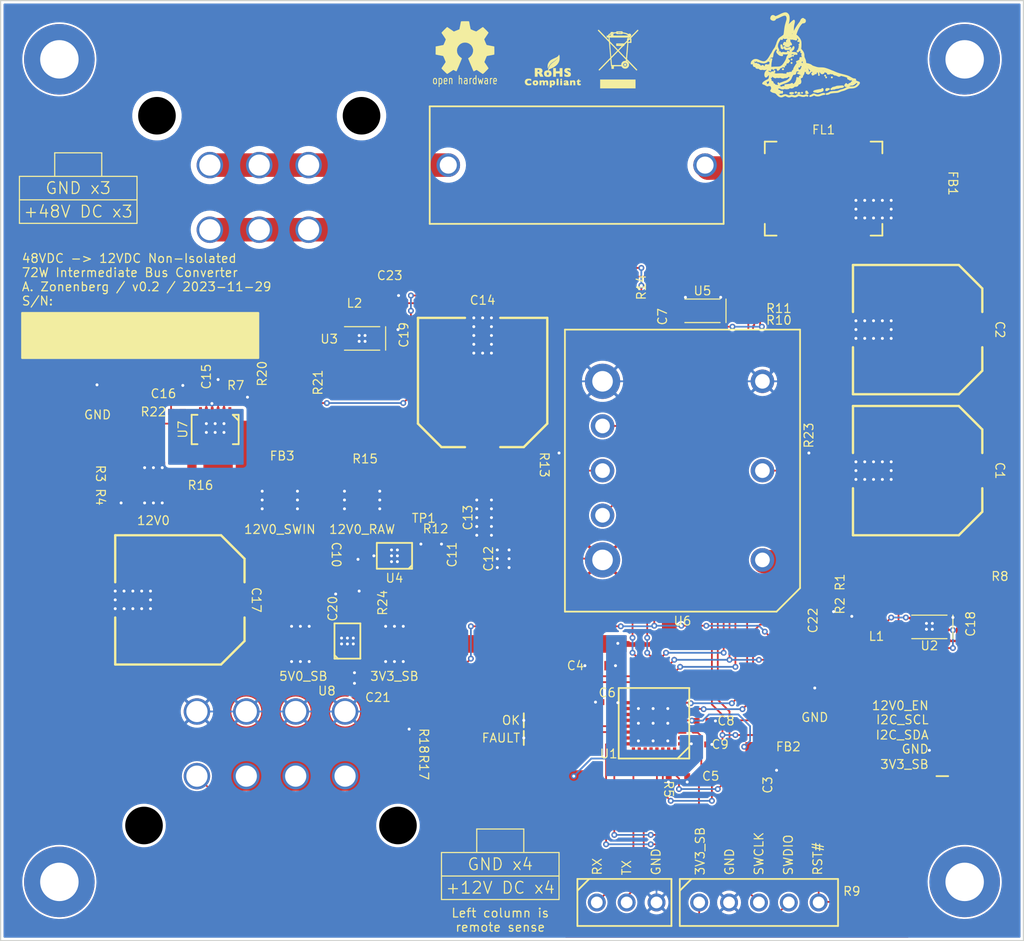
<source format=kicad_pcb>
(kicad_pcb (version 20211014) (generator pcbnew)
  (layers (0 "F.Cu" signal) (31 "B.Cu" signal) (34 "B.Paste" user) (35 "F.Paste" user) (36 "B.SilkS" user "B.Silkscreen") (37 "F.SilkS" user "F.Silkscreen") (38 "B.Mask" user) (39 "F.Mask" user) (44 "Edge.Cuts" user))
  (net 0 "")
  (net 1 "/48V_SHIN")
  (net 2 "/GND")
  (net 3 "/3V3_SB")
  (net 4 "/RST_N")
  (net 5 "/A3V3")
  (net 6 "/12V0")
  (net 7 "/12V0_SHIN")
  (net 8 "Net-(C16-Pad1)")
  (net 9 "Net-(D1-Pad2)")
  (net 10 "Net-(D2-Pad2)")
  (net 11 "/48V_RAW")
  (net 12 "/48V_FUSED")
  (net 13 "/48V_CMC")
  (net 14 "/12V0_SWIN")
  (net 15 "/12V0_RAW")
  (net 16 "/UART_RX")
  (net 17 "/UART_TX")
  (net 18 "/SWCLK")
  (net 19 "/SWDIO")
  (net 20 "/12V0_REMOTE")
  (net 21 "/48V0_VSENSE")
  (net 22 "/48V0")
  (net 23 "/12V0_VSENSE")
  (net 24 "/BOOT0")
  (net 25 "/LED0")
  (net 26 "/12V0_OUT_EN")
  (net 27 "/48V_SHUNT_N")
  (net 28 "/48V_SHUNT_P")
  (net 29 "/I2C_SDA")
  (net 30 "/I2C_SCL")
  (net 31 "/3V3_SB_PGOOD")
  (net 32 "Net-(R13-Pad1)")
  (net 33 "/12V0_OK")
  (net 34 "/12V_SHUNT_N")
  (net 35 "/12V_SHUNT_P")
  (net 36 "/12V0_BLEED")
  (net 37 "/12V0_REMOTE_VSENSE")
  (net 38 "/LED1")
  (net 39 "/12V0_SENSE")
  (net 40 "/LOAD_PGOOD")
  (net 41 "/5V0_SB")
  (net 46 "/48V_SHUNT_VOUT")
  (net 47 "/12V_SHUNT_VOUT")
  (net 48 "/TEMP_ALERT")
  (net 52 "Net-(R23-Pad2)")
  (net 53 "/5V0_SB_PGOOD")
  (net 59 "/GND_RAW")
  (net 64 "/48V_SHUNT_FILT")
  (net 65 "/12V_SHUNT_FILT")
  (footprint "w_logo:Logo_silk_ROHS_5x2.8mm" (layer "F.Cu") (at 74 26)
    (fp_text reference "M3" hide)
    (fp_text value "LOGO" hide)
  )
  (footprint "azonenberg_pcb:CAP_AL_10MM_SMT" (layer "F.Cu") (at 105 48 -90)
    (fp_text reference "C2")
    (fp_text value "PCR1J101MCL1GS" hide)
  )
  (footprint "azonenberg_pcb:EIA_0603_INDUCTOR_NOSILK" (layer "F.Cu") (at 91.5 83.5)
    (fp_text reference "FB2")
    (fp_text value "MI0603J601R-10" hide)
  )
  (footprint "azonenberg_pcb:CONN_HEADER_2.54MM_1x5" (layer "F.Cu") (at 91.5 96.75)
    (fp_text reference "J3" hide)
    (fp_text value "CONN_01X05" hide)
  )
  (footprint "azonenberg_pcb:EIA_0402_CAP_NOSILK" (layer "F.Cu") (at 108.5 73.1 90)
    (fp_text reference "C18")
    (fp_text value "0.47 uF" hide)
  )
  (footprint "azonenberg_pcb:DFN_6_0.65MM_2x2MM" (layer "F.Cu") (at 56.5 74.5)
    (fp_text reference "U8")
    (fp_text value "TPS7A2550DRVR" hide)
  )
  (footprint "azonenberg_pcb:EIA_0402_RES_NOSILK" (layer "F.Cu") (at 74.5 59.5 90)
    (fp_text reference "R13")
    (fp_text value "1.82K" hide)
  )
  (footprint "azonenberg_pcb:DFN_8_0.5MM_2x3MM_TALL" (layer "F.Cu") (at 106 73.3 90)
    (fp_text reference "U2")
    (fp_text value "AD8218" hide)
  )
  (footprint "azonenberg_pcb:EIA_0805_CAP_NOSILK" (layer "F.Cu") (at 56.8 77.7)
    (fp_text reference "C21")
    (fp_text value "2.2 uF" hide)
  )
  (footprint "azonenberg_pcb:EIA_0805_CAP_NOSILK" (layer "F.Cu") (at 56.5 71.25 90)
    (fp_text reference "C20")
    (fp_text value "2.2 uF" hide)
  )
  (footprint "azonenberg_pcb:CAP_AL_10MM_SMT" (layer "F.Cu") (at 68 52.5 180)
    (fp_text reference "C14")
    (fp_text value "25SVPF330M" hide)
  )
  (footprint "azonenberg_pcb:CONN_U.FL_TE_1909763-1" (layer "F.Cu") (at 52.5 74.75 90)
    (fp_text reference "J12" hide)
    (fp_text value "U.FL" hide)
  )
  (footprint "azonenberg_pcb:OHMITE_LVK24" (layer "F.Cu") (at 106 69 90)
    (fp_text reference "R8")
    (fp_text value "LVK24R025DER" hide)
  )
  (footprint "azonenberg_pcb:CAP_AL_10MM_SMT" (layer "F.Cu") (at 105 60 -90)
    (fp_text reference "C1")
    (fp_text value "PCR1J101MCL1GS" hide)
  )
  (footprint "azonenberg_pcb:DFN_8_0.5MM_2x3MM_TALL" (layer "F.Cu") (at 57.75 48.75 90)
    (fp_text reference "U3")
    (fp_text value "AD8218" hide)
  )
  (footprint "azonenberg_pcb:DFN_6_0.65MM_2x2MM" (layer "F.Cu") (at 60.5 67.25 90)
    (fp_text reference "U4")
    (fp_text value "TPS7A2533DRVR" hide)
  )
  (footprint "azonenberg_pcb:EIA_0402_RES_NOSILK" (layer "F.Cu") (at 36.75 62.25 90)
    (fp_text reference "R4")
    (fp_text value "8.06K" hide)
  )
  (footprint "azonenberg_pcb:EIA_0402_RES_NOSILK" (layer "F.Cu") (at 75.25 82.75)
    (fp_text reference "R19" hide)
    (fp_text value "470" hide)
  )
  (footprint "azonenberg_pcb:EIA_0603_CAP_NOSILK" (layer "F.Cu") (at 78 76.6 180)
    (fp_text reference "C4")
    (fp_text value "4.7 uF" hide)
  )
  (footprint "azonenberg_pcb:EIA_1210_CAP_NOSILK" (layer "F.Cu") (at 105.5 35.75 90)
    (fp_text reference "FB1")
    (fp_text value "BLE32SN120BN1L" hide)
  )
  (footprint "azonenberg_pcb:DFN_8_0.5MM_2x3MM_TALL" (layer "F.Cu") (at 86.7 46.4 90)
    (fp_text reference "U5")
    (fp_text value "AT30TS74_UDFN" hide)
  )
  (footprint "azonenberg_pcb:EIA_0603_LED" (layer "F.Cu") (at 73 81.25)
    (fp_text reference "D1" hide)
    (fp_text value "GREEN" hide)
  )
  (footprint "azonenberg_pcb:CAP_AL_10MM_SMT" (layer "F.Cu") (at 42.25 71 -90)
    (fp_text reference "C17")
    (fp_text value "25SVPF330M" hide)
  )
  (footprint "azonenberg_pcb:CONN_U.FL_TE_1909763-1" (layer "F.Cu") (at 50.75 62.25 180)
    (fp_text reference "J7" hide)
    (fp_text value "U.FL" hide)
  )
  (footprint "azonenberg_pcb:EIA_0402_CAP_NOSILK" (layer "F.Cu") (at 45.5 53.25 90)
    (fp_text reference "C15")
    (fp_text value "0.47 uF" hide)
  )
  (footprint "azonenberg_pcb:EIA_0402_RES_NOSILK" (layer "F.Cu") (at 83.825 85.5 -90)
    (fp_text reference "R5")
    (fp_text value "10K" hide)
  )
  (footprint "azonenberg_pcb:CONN_MOLEX_MINIFITJR_6POS_0039291067" (layer "F.Cu") (at 49 34 180)
    (fp_text reference "J1" hide)
    (fp_text value "MOLEX_0039291067" hide)
  )
  (footprint "azonenberg_pcb:EIA_1812_CAP_NOSILK" (layer "F.Cu") (at 70.5 64 180)
    (fp_text reference "C13")
    (fp_text value "22 uF" hide)
  )
  (footprint "azonenberg_pcb:EIA_0402_RES_NOSILK" (layer "F.Cu") (at 75.25 81.25)
    (fp_text reference "R6" hide)
    (fp_text value "470" hide)
  )
  (footprint "azonenberg_pcb:EIA_0402_RES_NOSILK" (layer "F.Cu") (at 36.75 60.250001 90)
    (fp_text reference "R3")
    (fp_text value "33K" hide)
  )
  (footprint "azonenberg_pcb:EIA_0402_CAP_NOSILK" (layer "F.Cu") (at 86.6 83.3)
    (fp_text reference "C9")
    (fp_text value "0.47 uF" hide)
  )
  (footprint "azonenberg_pcb:EIA_0603_CAP_NOSILK" (layer "F.Cu") (at 43.25 53.5 180)
    (fp_text reference "C16")
    (fp_text value "0.015 uF" hide)
  )
  (footprint "azonenberg_pcb:EIA_0603_CAP_NOSILK" (layer "F.Cu") (at 97.2 72.75 -90)
    (fp_text reference "C22")
    (fp_text value "4.7 uF" hide)
  )
  (footprint "azonenberg_pcb:EIA_0402_RES_NOSILK" (layer "F.Cu") (at 49.25 53.75 90)
    (fp_text reference "R20")
    (fp_text value "DNP" hide)
  )
  (footprint "azonenberg_pcb:EIA_0402_CAP_NOSILK" (layer "F.Cu") (at 101.45 73.1)
    (fp_text reference "L1")
    (fp_text value "62 nH" hide)
  )
  (footprint "azonenberg_pcb:EIA_0402_RES_NOSILK" (layer "F.Cu") (at 62 64.95)
    (fp_text reference "R12")
    (fp_text value "10K" hide)
  )
  (footprint "azonenberg_pcb:EIA_0402_RES_NOSILK" (layer "F.Cu") (at 54 54.75 90)
    (fp_text reference "R21")
    (fp_text value "0" hide)
  )
  (footprint "azonenberg_pcb:EIA_0402_RES_NOSILK" (layer "F.Cu") (at 99.4 96.7 180)
    (fp_text reference "R9")
    (fp_text value "DNP" hide)
  )
  (footprint "azonenberg_pcb:EIA_0402_RES_NOSILK" (layer "F.Cu") (at 61.75 85.25 -90)
    (fp_text reference "R17")
    (fp_text value "33K" hide)
  )
  (footprint "azonenberg_pcb:CONN_U.FL_TE_1909763-1" (layer "F.Cu") (at 57.75 62.25 180)
    (fp_text reference "J6" hide)
    (fp_text value "U.FL" hide)
  )
  (footprint "azonenberg_pcb:FUSEHOLDER_KEYSTONE_4527" (layer "F.Cu") (at 76 34)
    (fp_text reference "F1" hide)
    (fp_text value "5x20 2.5A" hide)
  )
  (footprint "azonenberg_pcb:EIA_0402_RES_NOSILK" (layer "F.Cu") (at 91.1 47.1 180)
    (fp_text reference "R10")
    (fp_text value "4.7K" hide)
  )
  (footprint "azonenberg_pcb:EIA_0402_CAP_NOSILK" (layer "F.Cu") (at 92.25 85 -90)
    (fp_text reference "C3")
    (fp_text value "0.47 uF" hide)
  )
  (footprint "azonenberg_pcb:EIA_0402_CAP_NOSILK" (layer "F.Cu") (at 78.599999 79.7 180)
    (fp_text reference "C6")
    (fp_text value "0.47 uF" hide)
  )
  (footprint "azonenberg_pcb:EIA_0402_RES_NOSILK" (layer "F.Cu") (at 99.4 71.5 90)
    (fp_text reference "R2")
    (fp_text value "1.33K" hide)
  )
  (footprint "azonenberg_pcb:EIA_0402_RES_NOSILK" (layer "F.Cu") (at 61.75 83 -90)
    (fp_text reference "R18")
    (fp_text value "8.06K" hide)
  )
  (footprint "azonenberg_pcb:EIA_0402_RES_NOSILK" (layer "F.Cu") (at 81.5 46.5 90)
    (fp_text reference "R14")
    (fp_text value "10K" hide)
  )
  (footprint "azonenberg_pcb:QFN_32_0.5MM_5x5MM" (layer "F.Cu") (at 82.575 81.5 180)
    (fp_text reference "U1")
    (fp_text value "STM32L031-QFN32" hide)
  )
  (footprint "azonenberg_pcb:EIA_0402_CAP_NOSILK" (layer "F.Cu") (at 58.85 45.75 180)
    (fp_text reference "L2")
    (fp_text value "62 nH" hide)
  )
  (footprint "azonenberg_pcb:EIA_0603_LED" (layer "F.Cu") (at 73 82.75)
    (fp_text reference "D2" hide)
    (fp_text value "RED" hide)
  )
  (footprint "azonenberg_pcb:EIA_0402_RES_NOSILK" (layer "F.Cu") (at 91.1 46.2 180)
    (fp_text reference "R11")
    (fp_text value "4.7K" hide)
  )
  (footprint "azonenberg_pcb:EIA_0402_CAP_NOSILK" (layer "F.Cu") (at 84.2 46.9 90)
    (fp_text reference "C7")
    (fp_text value "0.47 uF" hide)
  )
  (footprint "azonenberg_pcb:TESTPOINT_SMT_KEYSTONE_5016" (layer "F.Cu") (at 96.25 78.5)
    (fp_text reference "J11" hide)
    (fp_text value "GROUND" hide)
  )
  (footprint "azonenberg_pcb:CONN_HEADER_2.54MM_1x3" (layer "F.Cu") (at 80.25 96.75)
    (fp_text reference "J2" hide)
    (fp_text value "CONN_01X03" hide)
  )
  (footprint "azonenberg_pcb:EIA_0402_CAP_NOSILK" (layer "F.Cu") (at 85.9 86 180)
    (fp_text reference "C5")
    (fp_text value "0.1 uF" hide)
  )
  (footprint "azonenberg_pcb:EIA_0402_RES_NOSILK" (layer "F.Cu") (at 99.4 69.5 90)
    (fp_text reference "R1")
    (fp_text value "39K" hide)
  )
  (footprint "azonenberg_pcb:CONN_MOLEX_PICOBLADE_5POS_0532610571" (layer "F.Cu") (at 107.1 82.5 -90)
    (fp_text reference "J4" hide)
    (fp_text value "MOLEX_0532610571" hide)
  )
  (footprint "azonenberg_pcb:EIA_0402_RES_NOSILK" (layer "F.Cu") (at 95.75 59.5 -90)
    (fp_text reference "R23")
    (fp_text value "0" hide)
  )
  (footprint "azonenberg_pcb:EIA_1206_CAP_NOSILK" (layer "F.Cu") (at 71.25 67.5 180)
    (fp_text reference "C12")
    (fp_text value "0.1 uF" hide)
  )
  (footprint "azonenberg_pcb:EIA_0603_CAP_NOSILK" (layer "F.Cu") (at 60.1 44.45 180)
    (fp_text reference "C23")
    (fp_text value "4.7 uF" hide)
  )
  (footprint "azonenberg_pcb:OHMITE_LVK25" (layer "F.Cu") (at 58 54)
    (fp_text reference "R15")
    (fp_text value "LVK25R005FER" hide)
  )
  (footprint "azonenberg_pcb:CONN_MOLEX_MINIFITJR_8POS_0039291087" (layer "F.Cu") (at 50 86)
    (fp_text reference "J9" hide)
    (fp_text value "MOLEX_0039291087" hide)
  )
  (footprint "azonenberg_pcb:EIA_0402_RES_NOSILK" (layer "F.Cu") (at 58 72 90)
    (fp_text reference "R24")
    (fp_text value "10K" hide)
  )
  (footprint "azonenberg_pcb:EIA_0603_RES_NOSILK" (layer "F.Cu") (at 44.05 59.65)
    (fp_text reference "R16")
    (fp_text value "470 1/4W" hide)
  )
  (footprint "azonenberg_pcb:DFN_12_0.5MM_3x3MM" (layer "F.Cu") (at 45.25 56.5 180)
    (fp_text reference "U7")
    (fp_text value "NCP45560" hide)
  )
  (footprint "azonenberg_pcb:EIA_0402_CAP_NOSILK" (layer "F.Cu") (at 86.7 81.3)
    (fp_text reference "C8")
    (fp_text value "0.47 uF" hide)
  )
  (footprint "azonenberg_pcb:CONN_U.FL_TE_1909763-1" (layer "F.Cu") (at 40 61.25 90)
    (fp_text reference "J8" hide)
    (fp_text value "U.FL" hide)
  )
  (footprint "azonenberg_pcb:MECHANICAL_CLEARANCEHOLE_4_40" (layer "F.Cu") (at 32 95)
    (fp_text reference "MH1" hide)
    (fp_text value "SCREWHOLE" hide)
  )
  (footprint "azonenberg_pcb:MECHANICAL_CLEARANCEHOLE_4_40" (layer "F.Cu") (at 109 95)
    (fp_text reference "MH3" hide)
    (fp_text value "SCREWHOLE" hide)
  )
  (footprint "w_logo:Logo_silk_OSHW_6x6mm" (layer "F.Cu") (at 66.5 24)
    (fp_text reference "M2" hide)
    (fp_text value "LOGO" hide)
  )
  (footprint "azonenberg_pcb:EIA_0805_CAP_NOSILK" (layer "F.Cu") (at 57.4 67.15 -90)
    (fp_text reference "C10")
    (fp_text value "2.2 uF" hide)
  )
  (footprint "azonenberg_pcb:CONN_U.FL_TE_1909763-1" (layer "F.Cu") (at 60.5 74.7 90)
    (fp_text reference "J5" hide)
    (fp_text value "U.FL" hide)
  )
  (footprint "azonenberg_pcb:MODULE_TDK_I3A4W008A033V" (layer "F.Cu") (at 85 60 180)
    (fp_text reference "U6")
    (fp_text value "I3A4W008A033V-001-R" hide)
  )
  (footprint "azonenberg_pcb:MECHANICAL_CLEARANCEHOLE_4_40" (layer "F.Cu") (at 32 25)
    (fp_text reference "MH4" hide)
    (fp_text value "SCREWHOLE" hide)
  )
  (footprint "azonenberg_pcb:TESTPOINT_SMT_0.5MM" (layer "F.Cu") (at 57.15 76.4)
    (fp_text reference "TP2" hide)
    (fp_text value "TESTPOINT" hide)
  )
  (footprint "azonenberg_pcb:EIA_0402_RES_NOSILK" (layer "F.Cu") (at 47 53.75 180)
    (fp_text reference "R7")
    (fp_text value "10K" hide)
  )
  (footprint "w_logo:Logo_silk_WEEE_3.4x5mm" (layer "F.Cu") (at 79.5 25)
    (fp_text reference "M4" hide)
    (fp_text value "LOGO" hide)
  )
  (footprint "azonenberg_pcb:CMC_TDK_ACM90V" (layer "F.Cu") (at 97 36)
    (fp_text reference "FL1")
    (fp_text value "ACM90V-701-2PL-TL00" hide)
  )
  (footprint "azonenberg_pcb:EIA_0805_CAP_NOSILK" (layer "F.Cu") (at 63.6 67.15 90)
    (fp_text reference "C11")
    (fp_text value "2.2 uF" hide)
  )
  (footprint "azonenberg_pcb:EIA_0402_RES_NOSILK" (layer "F.Cu") (at 42.000001 55 180)
    (fp_text reference "R22")
    (fp_text value "10K" hide)
  )
  (footprint "azonenberg_pcb:EIA_1210_CAP_NOSILK" (layer "F.Cu") (at 50.75 56.5)
    (fp_text reference "FB3")
    (fp_text value "BLE32SN120BN1L" hide)
  )
  (footprint "azonenberg_pcb:EIA_0402_CAP_NOSILK" (layer "F.Cu") (at 60.3 48.5 90)
    (fp_text reference "C19")
    (fp_text value "0.47 uF" hide)
  )
  (footprint "azonenberg_pcb:TESTPOINT_SMT_KEYSTONE_5016" (layer "F.Cu") (at 35.3 52.7)
    (fp_text reference "J10" hide)
    (fp_text value "GROUND" hide)
  )
  (footprint "azonenberg_pcb:LONGTHING-1200DPI" (layer "F.Cu") (at 96 25)
    (fp_text reference "M1" hide)
    (fp_text value "LOGO" hide)
  )
  (footprint "azonenberg_pcb:TESTPOINT_SMT_0.5MM" (layer "F.Cu") (at 61.5 64.05)
    (fp_text reference "TP1")
    (fp_text value "TESTPOINT" hide)
  )
  (footprint "azonenberg_pcb:MECHANICAL_CLEARANCEHOLE_4_40" (layer "F.Cu") (at 109 25)
    (fp_text reference "MH2" hide)
    (fp_text value "SCREWHOLE" hide)
  )
  (gr_line (start 38.603552 34.957106) (end 35.603553 34.957107) (layer "F.SilkS") (width 0.1))
  (gr_line (start 38.603553 38.957106) (end 38.603552 34.957106) (layer "F.SilkS") (width 0.1))
  (gr_line (start 35.603553 32.957106) (end 31.603552 32.957106) (layer "F.SilkS") (width 0.1))
  (gr_line (start 74.499999 92.499999) (end 71.5 92.5) (layer "F.SilkS") (width 0.1))
  (gr_line (start 74.5 96.499999) (end 74.499999 92.499999) (layer "F.SilkS") (width 0.1))
  (gr_line (start 28.603553 38.957106) (end 38.603553 38.957106) (layer "F.SilkS") (width 0.1))
  (gr_line (start 35.603553 34.957107) (end 35.603553 32.957106) (layer "F.SilkS") (width 0.1))
  (gr_line (start 71.5 92.5) (end 71.5 90.499999) (layer "F.SilkS") (width 0.1))
  (gr_line (start 71.5 92.5) (end 67.5 92.5) (layer "F.SilkS") (width 0.1))
  (gr_line (start 31.603552 32.957106) (end 31.603553 34.957107) (layer "F.SilkS") (width 0.1))
  (gr_line (start 35.603553 34.957107) (end 31.603553 34.957107) (layer "F.SilkS") (width 0.1))
  (gr_line (start 31.603553 34.957107) (end 28.603553 34.957106) (layer "F.SilkS") (width 0.1))
  (gr_line (start 71.5 90.499999) (end 67.499999 90.499999) (layer "F.SilkS") (width 0.1))
  (gr_line (start 67.499999 90.499999) (end 67.5 92.5) (layer "F.SilkS") (width 0.1))
  (gr_line (start 74.5 94.5) (end 64.5 94.5) (layer "F.SilkS") (width 0.1))
  (gr_line (start 64.5 96.499999) (end 74.5 96.499999) (layer "F.SilkS") (width 0.1))
  (gr_line (start 28.603553 34.957106) (end 28.603553 38.957106) (layer "F.SilkS") (width 0.1))
  (gr_line (start 67.5 92.5) (end 64.5 92.499999) (layer "F.SilkS") (width 0.1))
  (gr_line (start 38.603553 36.957107) (end 28.603553 36.957107) (layer "F.SilkS") (width 0.1))
  (gr_line (start 64.5 92.499999) (end 64.5 96.499999) (layer "F.SilkS") (width 0.1))
  (gr_line (start 114 100) (end 114 20) (layer "Edge.Cuts") (width 0.1))
  (gr_line (start 27 100) (end 114 100) (layer "Edge.Cuts") (width 0.1))
  (gr_line (start 27 20) (end 27 100) (layer "Edge.Cuts") (width 0.1))
  (gr_line (start 114 20) (end 27 20) (layer "Edge.Cuts") (width 0.1))
  (gr_text "12V0_SWIN" (at 50.75 65) (layer "F.SilkS") (effects (font (size 0.75 0.75) (thickness 0.1))))
  (gr_text "12V0_EN" (at 106 80) (layer "F.SilkS") (effects (font (size 0.75 0.75) (thickness 0.1)) (justify right)))
  (gr_text "3V3_SB" (at 60.5 77.5) (layer "F.SilkS") (effects (font (size 0.75 0.75) (thickness 0.1))))
  (gr_text "+48V DC x3" (at 33.603553 37.957107) (layer "F.SilkS") (effects (font (size 1 1) (thickness 0.1))))
  (gr_text "3V3_SB" (at 86.5 94.5 90) (layer "F.SilkS") (effects (font (size 0.75 0.75) (thickness 0.1)) (justify left)))
  (gr_text "FAULT" (at 71.25 82.75) (layer "F.SilkS") (effects (font (size 0.75 0.75) (thickness 0.1)) (justify right)))
  (gr_text "GND" (at 89 94.5 90) (layer "F.SilkS") (effects (font (size 0.75 0.75) (thickness 0.1)) (justify left)))
  (gr_text "I2C_SDA" (at 106 82.5) (layer "F.SilkS") (effects (font (size 0.75 0.75) (thickness 0.1)) (justify right)))
  (gr_text "GND" (at 106 83.7) (layer "F.SilkS") (effects (font (size 0.75 0.75) (thickness 0.1)) (justify right)))
  (gr_text "SWDIO" (at 94 94.5 90) (layer "F.SilkS") (effects (font (size 0.75 0.75) (thickness 0.1)) (justify left)))
  (gr_text "GND x3" (at 33.603553 35.957107) (layer "F.SilkS") (effects (font (size 1 1) (thickness 0.1))))
  (gr_text "+12V DC x4" (at 69.5 95.5) (layer "F.SilkS") (effects (font (size 1 1) (thickness 0.1))))
  (gr_text "48VDC -> 12VDC Non-Isolated\n72W Intermediate Bus Converter\nA. Zonenberg / v0.2 / 2023-11-29\nS/N:" (at 28.75 43.75) (layer "F.SilkS") (effects (font (size 0.75 0.75) (thickness 0.1)) (justify left)))
  (gr_text "GND" (at 35.25 55.25) (layer "F.SilkS") (effects (font (size 0.75 0.75) (thickness 0.1))))
  (gr_text "RST#" (at 96.5 94.5 90) (layer "F.SilkS") (effects (font (size 0.75 0.75) (thickness 0.1)) (justify left)))
  (gr_text "3V3_SB" (at 106 85) (layer "F.SilkS") (effects (font (size 0.75 0.75) (thickness 0.1)) (justify right)))
  (gr_text "GND" (at 96.25 81) (layer "F.SilkS") (effects (font (size 0.75 0.75) (thickness 0.1))))
  (gr_text "I2C_SCL" (at 106 81.2) (layer "F.SilkS") (effects (font (size 0.75 0.75) (thickness 0.1)) (justify right)))
  (gr_text "RX" (at 77.75 94.5 90) (layer "F.SilkS") (effects (font (size 0.75 0.75) (thickness 0.1)) (justify left)))
  (gr_text "GND x4" (at 69.5 93.5) (layer "F.SilkS") (effects (font (size 1 1) (thickness 0.1))))
  (gr_text "OK" (at 71.25 81.25) (layer "F.SilkS") (effects (font (size 0.75 0.75) (thickness 0.1)) (justify right)))
  (gr_text "SWCLK" (at 91.5 94.5 90) (layer "F.SilkS") (effects (font (size 0.75 0.75) (thickness 0.1)) (justify left)))
  (gr_text "5V0_SB" (at 52.75 77.5) (layer "F.SilkS") (effects (font (size 0.75 0.75) (thickness 0.1))))
  (gr_text "TX" (at 80.25 94.5 90) (layer "F.SilkS") (effects (font (size 0.75 0.75) (thickness 0.1)) (justify left)))
  (gr_text "GND" (at 82.75 94.5 90) (layer "F.SilkS") (effects (font (size 0.75 0.75) (thickness 0.1)) (justify left)))
  (gr_text "Left column is\nremote sense" (at 69.5 98.25) (layer "F.SilkS") (effects (font (size 0.75 0.75) (thickness 0.1))))
  (gr_text "12V0_RAW" (at 57.75 65) (layer "F.SilkS") (effects (font (size 0.75 0.75) (thickness 0.1))))
  (gr_text "12V0" (at 40 64.25) (layer "F.SilkS") (effects (font (size 0.75 0.75) (thickness 0.1))))
  (segment (start 105.51493 41.01493) (end 108.625 44.125) (width 0.15) (layer "F.Cu") (net 1))
  (segment (start 108.625 44.125) (end 108.625 67.75) (width 0.15) (layer "F.Cu") (net 1))
  (segment (start 105.51493 37.3) (end 105.51493 41.01493) (width 0.15) (layer "F.Cu") (net 1))
  (segment (start 87.1 83.3) (end 87.5 83.3) (width 0.15) (layer "F.Cu") (net 2))
  (segment (start 108.1 72.6) (end 108 72.5) (width 0.15) (layer "F.Cu") (net 2))
  (segment (start 102.75 60) (end 101.25 60) (width 0.15) (layer "F.Cu") (net 2))
  (segment (start 58.75 67.25) (end 57.95 68.05) (width 0.15) (layer "F.Cu") (net 2))
  (segment (start 57.4 70.35) (end 57.5 70.25) (width 0.15) (layer "F.Cu") (net 2))
  (segment (start 107.4 72.55) (end 107.95 72.55) (width 0.15) (layer "F.Cu") (net 2))
  (segment (start 58 48.5) (end 59.15 48.5) (width 0.15) (layer "F.Cu") (net 2))
  (segment (start 47.5 53.75) (end 48 53.75) (width 0.15) (layer "F.Cu") (net 2))
  (segment (start 104.6 73.55) (end 105.7 73.55) (width 0.15) (layer "F.Cu") (net 2))
  (segment (start 45.5 52.75) (end 45.5 52.25) (width 0.15) (layer "F.Cu") (net 2))
  (segment (start 101.25 37.75) (end 99.75 37.75) (width 0.15) (layer "F.Cu") (net 2))
  (segment (start 60.85 44.45) (end 60.85 45.1) (width 0.15) (layer "F.Cu") (net 2))
  (segment (start 56.5 73.45) (end 56.500001 74.25) (width 0.15) (layer "F.Cu") (net 2))
  (segment (start 83.825 86.475) (end 83.8 86.5) (width 0.15) (layer "F.Cu") (net 2))
  (segment (start 57.1 78.1) (end 57.3 78.1) (width 0.15) (layer "F.Cu") (net 2))
  (segment (start 107.1 83.75) (end 106.05 83.75) (width 0.15) (layer "F.Cu") (net 2))
  (segment (start 99.4 72) (end 99.4 72.4) (width 0.15) (layer "F.Cu") (net 2))
  (segment (start 84.85 46.4) (end 85.1 46.15) (width 0.15) (layer "F.Cu") (net 2))
  (segment (start 107.4 72.55) (end 106.7 72.55) (width 0.15) (layer "F.Cu") (net 2))
  (segment (start 57.7 77.7) (end 57.6 77.7) (width 0.15) (layer "F.Cu") (net 2))
  (segment (start 45 54.314872) (end 44.9745 54.289372) (width 0.15) (layer "F.Cu") (net 2))
  (segment (start 56.5 70.35) (end 57.4 70.35) (width 0.15) (layer "F.Cu") (net 2))
  (segment (start 42.5 53.5) (end 42.5 52.75) (width 0.15) (layer "F.Cu") (net 2))
  (segment (start 59.15 48) (end 58.5 48) (width 0.15) (layer "F.Cu") (net 2))
  (segment (start 88.1 45.4) (end 88.25 45.25) (width 0.15) (layer "F.Cu") (net 2))
  (segment (start 77.25 76.6) (end 76.7 76.6) (width 0.15) (layer "F.Cu") (net 2))
  (segment (start 59.15 48) (end 60.3 48) (width 0.15) (layer "F.Cu") (net 2))
  (segment (start 72.25 81.25) (end 71.5 81.25) (width 0.15) (layer "F.Cu") (net 2))
  (segment (start 88.1 45.65) (end 88.1 45.4) (width 0.15) (layer "F.Cu") (net 2))
  (segment (start 92.25 85.5) (end 93 85.5) (width 0.15) (layer "F.Cu") (net 2))
  (segment (start 45 55) (end 45 54.314872) (width 0.15) (layer "F.Cu") (net 2))
  (segment (start 83.825 86) (end 83.825 86.475) (width 0.15) (layer "F.Cu") (net 2))
  (segment (start 58.5 48) (end 58 48.5) (width 0.15) (layer "F.Cu") (net 2))
  (segment (start 56.35 49) (end 57.5 49) (width 0.15) (layer "F.Cu") (net 2))
  (segment (start 85.25 45.25) (end 85.25 46.6) (width 0.15) (layer "F.Cu") (net 2))
  (segment (start 74.5 59) (end 74.5 58.5) (width 0.15) (layer "F.Cu") (net 2))
  (segment (start 102.75 60) (end 101 60) (width 0.15) (layer "F.Cu") (net 2))
  (segment (start 95.75 59) (end 95.75 58.5) (width 0.15) (layer "F.Cu") (net 2))
  (segment (start 60.3 48) (end 60.8 48) (width 0.15) (layer "F.Cu") (net 2))
  (segment (start 108.5 72.6) (end 108.1 72.6) (width 0.15) (layer "F.Cu") (net 2))
  (segment (start 102.75 48) (end 101.25 48) (width 0.15) (layer "F.Cu") (net 2))
  (segment (start 97.2 72) (end 97.85 72) (width 0.15) (layer "F.Cu") (net 2))
  (segment (start 85.4 86) (end 85.4 86.5) (width 0.15) (layer "F.Cu") (net 2))
  (segment (start 57.6 77.7) (end 57.1 77.2) (width 0.15) (layer "F.Cu") (net 2))
  (segment (start 36.75 62.75) (end 37.25 62.75) (width 0.15) (layer "F.Cu") (net 2))
  (segment (start 84.2 46.4) (end 84.85 46.4) (width 0.15) (layer "F.Cu") (net 2))
  (segment (start 107.95 72.55) (end 108 72.5) (width 0.15) (layer "F.Cu") (net 2))
  (segment (start 78.1 79.7) (end 77.6 79.7) (width 0.15) (layer "F.Cu") (net 2))
  (segment (start 57.3 78.1) (end 57.7 77.7) (width 0.15) (layer "F.Cu") (net 2))
  (segment (start 59.45 67.25) (end 58.75 67.25) (width 0.15) (layer "F.Cu") (net 2))
  (segment (start 61.75 82.5) (end 61.75 82) (width 0.15) (layer "F.Cu") (net 2))
  (segment (start 102.75 37.75) (end 101.25 37.75) (width 0.15) (layer "F.Cu") (net 2))
  (segment (start 107.4 73.05) (end 106.25 73.05) (width 0.15) (layer "F.Cu") (net 2))
  (segment (start 56.5 70.35) (end 55.65 70.35) (width 0.15) (layer "F.Cu") (net 2))
  (segment (start 59.45 67.25) (end 60.5 67.25) (width 0.15) (layer "F.Cu") (net 2))
  (segment (start 87.2 81.3) (end 87.8 81.3) (width 0.15) (layer "F.Cu") (net 2))
  (segment (start 102.75 48) (end 101 48) (width 0.15) (layer "F.Cu") (net 2))
  (segment (start 72.25 82.75) (end 71.5 82.75) (width 0.15) (layer "F.Cu") (net 2))
  (segment (start 106.7 72.55) (end 106.25 73) (width 0.15) (layer "F.Cu") (net 2))
  (segment (start 55.65 70.35) (end 55.5 70.5) (width 0.15) (layer "F.Cu") (net 2))
  (segment (start 106.05 83.75) (end 106 83.8) (width 0.15) (layer "F.Cu") (net 2))
  (via (at 40 59.75) (size 0.5) (drill 0.25) (layers "F.Cu" "B.Cu") (net 2))
  (via (at 42.5 52.75) (size 0.5) (drill 0.25) (layers "F.Cu" "B.Cu") (net 2))
  (via (at 38.25 70.25) (size 0.5) (drill 0.25) (layers "F.Cu" "B.Cu") (net 2))
  (via (at 59.25 61.75) (size 0.5) (drill 0.25) (layers "F.Cu" "B.Cu") (net 2))
  (via (at 106.25 73) (size 0.5) (drill 0.25) (layers "F.Cu" "B.Cu") (net 2))
  (via (at 108 72.5) (size 0.5) (drill 0.25) (layers "F.Cu" "B.Cu") (net 2))
  (via (at 60.75 67.75) (size 0.5) (drill 0.25) (layers "F.Cu" "B.Cu") (net 2))
  (via (at 61.75 82) (size 0.5) (drill 0.25) (layers "F.Cu" "B.Cu") (net 2))
  (via (at 49.25 61.75) (size 0.5) (drill 0.25) (layers "F.Cu" "B.Cu") (net 2))
  (via (at 102 37) (size 0.5) (drill 0.25) (layers "F.Cu" "B.Cu") (net 2))
  (via (at 55.5 70.5) (size 0.5) (drill 0.25) (layers "F.Cu" "B.Cu") (net 2))
  (via (at 81.25 81.5) (size 0.5) (drill 0.25) (layers "F.Cu" "B.Cu") (net 2))
  (via (at 101.25 59.25) (size 0.5) (drill 0.25) (layers "F.Cu" "B.Cu") (net 2))
  (via (at 102 48.75) (size 0.5) (drill 0.25) (layers "F.Cu" "B.Cu") (net 2))
  (via (at 52.25 61.75) (size 0.5) (drill 0.25) (layers "F.Cu" "B.Cu") (net 2))
  (via (at 60.25 67.25) (size 0.5) (drill 0.25) (layers "F.Cu" "B.Cu") (net 2))
  (via (at 70.25 68.25) (size 0.5) (drill 0.25) (layers "F.Cu" "B.Cu") (net 2))
  (via (at 60.25 66.75) (size 0.5) (drill 0.25) (layers "F.Cu" "B.Cu") (net 2))
  (via (at 102.75 37.75) (size 0.5) (drill 0.25) (layers "F.Cu" "B.Cu") (net 2))
  (via (at 39.25 59.75) (size 0.5) (drill 0.25) (layers "F.Cu" "B.Cu") (net 2))
  (via (at 70.25 66.75) (size 0.5) (drill 0.25) (layers "F.Cu" "B.Cu") (net 2))
  (via (at 68.75 50) (size 0.5) (drill 0.25) (layers "F.Cu" "B.Cu") (net 2))
  (via (at 102 47.25) (size 0.5) (drill 0.25) (layers "F.Cu" "B.Cu") (net 2))
  (via (at 83.75 81.5) (size 0.5) (drill 0.25) (layers "F.Cu" "B.Cu") (net 2))
  (via (at 95.75 58.5) (size 0.5) (drill 0.25) (layers "F.Cu" "B.Cu") (net 2))
  (via (at 68 47) (size 0.5) (drill 0.25) (layers "F.Cu" "B.Cu") (net 2))
  (via (at 60.25 67.75) (size 0.5) (drill 0.25) (layers "F.Cu" "B.Cu") (net 2))
  (via (at 102.75 59.25) (size 0.5) (drill 0.25) (layers "F.Cu" "B.Cu") (net 2))
  (via (at 57.1 78.1) (size 0.5) (drill 0.25) (layers "F.Cu" "B.Cu") (net 2))
  (via (at 81.25 80.25) (size 0.5) (drill 0.25) (layers "F.Cu" "B.Cu") (net 2))
  (via (at 53.25 76.25) (size 0.5) (drill 0.25) (layers "F.Cu" "B.Cu") (net 2))
  (via (at 102.75 48) (size 0.5) (drill 0.25) (layers "F.Cu" "B.Cu") (net 2))
  (via (at 83.75 80.25) (size 0.5) (drill 0.25) (layers "F.Cu" "B.Cu") (net 2))
  (via (at 68.75 64.75) (size 0.5) (drill 0.25) (layers "F.Cu" "B.Cu") (net 2))
  (via (at 37.25 62.75) (size 0.5) (drill 0.25) (layers "F.Cu" "B.Cu") (net 2))
  (via (at 99.75 48.75) (size 0.5) (drill 0.25) (layers "F.Cu" "B.Cu") (net 2))
  (via (at 37.5 70.25) (size 0.5) (drill 0.25) (layers "F.Cu" "B.Cu") (net 2))
  (via (at 60.8 48) (size 0.5) (drill 0.25) (layers "F.Cu" "B.Cu") (net 2))
  (via (at 58 48.5) (size 0.5) (drill 0.25) (layers "F.Cu" "B.Cu") (net 2))
  (via (at 87.5 83.3) (size 0.5) (drill 0.25) (layers "F.Cu" "B.Cu") (net 2))
  (via (at 48 53.75) (size 0.5) (drill 0.25) (layers "F.Cu" "B.Cu") (net 2))
  (via (at 57.4 67.55) (size 0.5) (drill 0.25) (layers "F.Cu" "B.Cu") (net 2))
  (via (at 100.5 37) (size 0.5) (drill 0.25) (layers "F.Cu" "B.Cu") (net 2))
  (via (at 56.25 63.25) (size 0.5) (drill 0.25) (layers "F.Cu" "B.Cu") (net 2))
  (via (at 67.25 47.75) (size 0.5) (drill 0.25) (layers "F.Cu" "B.Cu") (net 2))
  (via (at 85.25 45.25) (size 0.5) (drill 0.25) (layers "F.Cu" "B.Cu") (net 2))
  (via (at 97.85 72) (size 0.5) (drill 0.25) (layers "F.Cu" "B.Cu") (net 2))
  (via (at 39.75 71.75) (size 0.5) (drill 0.25) (layers "F.Cu" "B.Cu") (net 2))
  (via (at 102 60.75) (size 0.5) (drill 0.25) (layers "F.Cu" "B.Cu") (net 2))
  (via (at 40.75 62.75) (size 0.5) (drill 0.25) (layers "F.Cu" "B.Cu") (net 2))
  (via (at 59.75 76.25) (size 0.5) (drill 0.25) (layers "F.Cu" "B.Cu") (net 2))
  (via (at 38.25 71.75) (size 0.5) (drill 0.25) (layers "F.Cu" "B.Cu") (net 2))
  (via (at 56 74.25) (size 0.5) (drill 0.25) (layers "F.Cu" "B.Cu") (net 2))
  (via (at 57.5 70.25) (size 0.5) (drill 0.25) (layers "F.Cu" "B.Cu") (net 2))
  (via (at 102.75 48.75) (size 0.5) (drill 0.25) (layers "F.Cu" "B.Cu") (net 2))
  (via (at 68.75 63.25) (size 0.5) (drill 0.25) (layers "F.Cu" "B.Cu") (net 2))
  (via (at 62.75 66.25) (size 0.5) (drill 0.25) (layers "F.Cu" "B.Cu") (net 2))
  (via (at 51.75 73.25) (size 0.5) (drill 0.25) (layers "F.Cu" "B.Cu") (net 2))
  (via (at 64.5 66.25) (size 0.5) (drill 0.25) (layers "F.Cu" "B.Cu") (net 2))
  (via (at 68.75 48.5) (size 0.5) (drill 0.25) (layers "F.Cu" "B.Cu") (net 2))
  (via (at 67.25 48.5) (size 0.5) (drill 0.25) (layers "F.Cu" "B.Cu") (net 2))
  (via (at 102.75 37) (size 0.5) (drill 0.25) (layers "F.Cu" "B.Cu") (net 2))
  (via (at 45.5 52.25) (size 0.5) (drill 0.25) (layers "F.Cu" "B.Cu") (net 2))
  (via (at 57.1 77.2) (size 0.5) (drill 0.25) (layers "F.Cu" "B.Cu") (net 2))
  (via (at 52.25 63.25) (size 0.5) (drill 0.25) (layers "F.Cu" "B.Cu") (net 2))
  (via (at 39 70.25) (size 0.5) (drill 0.25) (layers "F.Cu" "B.Cu") (net 2))
  (via (at 56 74.75) (size 0.5) (drill 0.25) (layers "F.Cu" "B.Cu") (net 2))
  (via (at 93 85.5) (size 0.5) (drill 0.25) (layers "F.Cu" "B.Cu") (net 2))
  (via (at 82.5 83) (size 0.5) (drill 0.25) (layers "F.Cu" "B.Cu") (net 2))
  (via (at 60.75 66.75) (size 0.5) (drill 0.25) (layers "F.Cu" "B.Cu") (net 2))
  (via (at 52.25 62.5) (size 0.5) (drill 0.25) (layers "F.Cu" "B.Cu") (net 2))
  (via (at 102.75 47.25) (size 0.5) (drill 0.25) (layers "F.Cu" "B.Cu") (net 2))
  (via (at 39.75 71) (size 0.5) (drill 0.25) (layers "F.Cu" "B.Cu") (net 2))
  (via (at 51.75 76.25) (size 0.5) (drill 0.25) (layers "F.Cu" "B.Cu") (net 2))
  (via (at 36.75 70.25) (size 0.5) (drill 0.25) (layers "F.Cu" "B.Cu") (net 2))
  (via (at 49.25 62.5) (size 0.5) (drill 0.25) (layers "F.Cu" "B.Cu") (net 2))
  (via (at 57.5 48.5) (size 0.5) (drill 0.25) (layers "F.Cu" "B.Cu") (net 2))
  (via (at 101.25 37) (size 0.5) (drill 0.25) (layers "F.Cu" "B.Cu") (net 2))
  (via (at 52.5 73.25) (size 0.5) (drill 0.25) (layers "F.Cu" "B.Cu") (net 2))
  (via (at 69.25 66.75) (size 0.5) (drill 0.25) (layers "F.Cu" "B.Cu") (net 2))
  (via (at 105.75 73) (size 0.5) (drill 0.25) (layers "F.Cu" "B.Cu") (net 2))
  (via (at 39.75 70.25) (size 0.5) (drill 0.25) (layers "F.Cu" "B.Cu") (net 2))
  (via (at 88.25 45.25) (size 0.5) (drill 0.25) (layers "F.Cu" "B.Cu") (net 2))
  (via (at 68 50) (size 0.5) (drill 0.25) (layers "F.Cu" "B.Cu") (net 2))
  (via (at 100.5 47.25) (size 0.5) (drill 0.25) (layers "F.Cu" "B.Cu") (net 2))
  (via (at 59.75 73.25) (size 0.5) (drill 0.25) (layers "F.Cu" "B.Cu") (net 2))
  (via (at 60.5 76.25) (size 0.5) (drill 0.25) (layers "F.Cu" "B.Cu") (net 2))
  (via (at 67.5 64) (size 0.5) (drill 0.25) (layers "F.Cu" "B.Cu") (net 2))
  (via (at 68.75 47.75) (size 0.5) (drill 0.25) (layers "F.Cu" "B.Cu") (net 2))
  (via (at 85.4 86.5) (size 0.5) (drill 0.25) (layers "F.Cu" "B.Cu") (net 2))
  (via (at 106 83.8) (size 0.5) (drill 0.25) (layers "F.Cu" "B.Cu") (net 2))
  (via (at 102.75 60) (size 0.5) (drill 0.25) (layers "F.Cu" "B.Cu") (net 2))
  (via (at 101.25 60.75) (size 0.5) (drill 0.25) (layers "F.Cu" "B.Cu") (net 2))
  (via (at 77.6 79.7) (size 0.5) (drill 0.25) (layers "F.Cu" "B.Cu") (net 2))
  (via (at 99.4 72.4) (size 0.5) (drill 0.25) (layers "F.Cu" "B.Cu") (net 2))
  (via (at 81.25 83) (size 0.5) (drill 0.25) (layers "F.Cu" "B.Cu") (net 2))
  (via (at 99.75 37.75) (size 0.5) (drill 0.25) (layers "F.Cu" "B.Cu") (net 2))
  (via (at 61.25 73.25) (size 0.5) (drill 0.25) (layers "F.Cu" "B.Cu") (net 2))
  (via (at 102 59.25) (size 0.5) (drill 0.25) (layers "F.Cu" "B.Cu") (net 2))
  (via (at 60.5 73.25) (size 0.5) (drill 0.25) (layers "F.Cu" "B.Cu") (net 2))
  (via (at 71.5 81.25) (size 0.5) (drill 0.25) (layers "F.Cu" "B.Cu") (net 2))
  (via (at 100.5 60.75) (size 0.5) (drill 0.25) (layers "F.Cu" "B.Cu") (net 2))
  (via (at 96.25 78.5) (size 0.5) (drill 0.25) (layers "F.Cu" "B.Cu") (net 2))
  (via (at 56.500001 74.25) (size 0.5) (drill 0.25) (layers "F.Cu" "B.Cu") (net 2))
  (via (at 74.5 58.5) (size 0.5) (drill 0.25) (layers "F.Cu" "B.Cu") (net 2))
  (via (at 99.75 48) (size 0.5) (drill 0.25) (layers "F.Cu" "B.Cu") (net 2))
  (via (at 39.25 62.75) (size 0.5) (drill 0.25) (layers "F.Cu" "B.Cu") (net 2))
  (via (at 68.75 62.5) (size 0.5) (drill 0.25) (layers "F.Cu" "B.Cu") (net 2))
  (via (at 67.25 49.25) (size 0.5) (drill 0.25) (layers "F.Cu" "B.Cu") (net 2))
  (via (at 68.75 47) (size 0.5) (drill 0.25) (layers "F.Cu" "B.Cu") (net 2))
  (via (at 56.25 61.75) (size 0.5) (drill 0.25) (layers "F.Cu" "B.Cu") (net 2))
  (via (at 52.5 76.25) (size 0.5) (drill 0.25) (layers "F.Cu" "B.Cu") (net 2))
  (via (at 57.5 49) (size 0.5) (drill 0.25) (layers "F.Cu" "B.Cu") (net 2))
  (via (at 102.75 60.75) (size 0.5) (drill 0.25) (layers "F.Cu" "B.Cu") (net 2))
  (via (at 76.7 76.6) (size 0.5) (drill 0.25) (layers "F.Cu" "B.Cu") (net 2))
  (via (at 57 74.749999) (size 0.5) (drill 0.25) (layers "F.Cu" "B.Cu") (net 2))
  (via (at 67.5 65.5) (size 0.5) (drill 0.25) (layers "F.Cu" "B.Cu") (net 2))
  (via (at 70.25 67.5) (size 0.5) (drill 0.25) (layers "F.Cu" "B.Cu") (net 2))
  (via (at 60.75 67.25) (size 0.5) (drill 0.25) (layers "F.Cu" "B.Cu") (net 2))
  (via (at 99.75 37) (size 0.5) (drill 0.25) (layers "F.Cu" "B.Cu") (net 2))
  (via (at 101.25 47.25) (size 0.5) (drill 0.25) (layers "F.Cu" "B.Cu") (net 2))
  (via (at 101.25 48.75) (size 0.5) (drill 0.25) (layers "F.Cu" "B.Cu") (net 2))
  (via (at 100.5 48.75) (size 0.5) (drill 0.25) (layers "F.Cu" "B.Cu") (net 2))
  (via (at 82.5 81.5) (size 0.5) (drill 0.25) (layers "F.Cu" "B.Cu") (net 2))
  (via (at 58 49) (size 0.5) (drill 0.25) (layers "F.Cu" "B.Cu") (net 2))
  (via (at 56.25 62.5) (size 0.5) (drill 0.25) (layers "F.Cu" "B.Cu") (net 2))
  (via (at 60.85 45.1) (size 0.5) (drill 0.25) (layers "F.Cu" "B.Cu") (net 2))
  (via (at 102.75 38.5) (size 0.5) (drill 0.25) (layers "F.Cu" "B.Cu") (net 2))
  (via (at 106.25 73.5) (size 0.5) (drill 0.25) (layers "F.Cu" "B.Cu") (net 2))
  (via (at 36.75 71.75) (size 0.5) (drill 0.25) (layers "F.Cu" "B.Cu") (net 2))
  (via (at 36.75 71) (size 0.5) (drill 0.25) (layers "F.Cu" "B.Cu") (net 2))
  (via (at 39 71.75) (size 0.5) (drill 0.25) (layers "F.Cu" "B.Cu") (net 2))
  (via (at 99.75 60) (size 0.5) (drill 0.25) (layers "F.Cu" "B.Cu") (net 2))
  (via (at 67.25 47) (size 0.5) (drill 0.25) (layers "F.Cu" "B.Cu") (net 2))
  (via (at 99.75 59.25) (size 0.5) (drill 0.25) (layers "F.Cu" "B.Cu") (net 2))
  (via (at 67.5 63.25) (size 0.5) (drill 0.25) (layers "F.Cu" "B.Cu") (net 2))
  (via (at 68.75 65.5) (size 0.5) (drill 0.25) (layers "F.Cu" "B.Cu") (net 2))
  (via (at 100.5 38.5) (size 0.5) (drill 0.25) (layers "F.Cu" "B.Cu") (net 2))
  (via (at 53.25 73.25) (size 0.5) (drill 0.25) (layers "F.Cu" "B.Cu") (net 2))
  (via (at 87.8 81.3) (size 0.5) (drill 0.25) (layers "F.Cu" "B.Cu") (net 2))
  (via (at 57 74.25) (size 0.5) (drill 0.25) (layers "F.Cu" "B.Cu") (net 2))
  (via (at 101.25 38.5) (size 0.5) (drill 0.25) (layers "F.Cu" "B.Cu") (net 2))
  (via (at 69.25 67.5) (size 0.5) (drill 0.25) (layers "F.Cu" "B.Cu") (net 2))
  (via (at 99.75 38.5) (size 0.5) (drill 0.25) (layers "F.Cu" "B.Cu") (net 2))
  (via (at 99.75 60.75) (size 0.5) (drill 0.25) (layers "F.Cu" "B.Cu") (net 2))
  (via (at 67.25 50) (size 0.5) (drill 0.25) (layers "F.Cu" "B.Cu") (net 2))
  (via (at 59.25 63.25) (size 0.5) (drill 0.25) (layers "F.Cu" "B.Cu") (net 2))
  (via (at 59.25 62.5) (size 0.5) (drill 0.25) (layers "F.Cu" "B.Cu") (net 2))
  (via (at 40 62.75) (size 0.5) (drill 0.25) (layers "F.Cu" "B.Cu") (net 2))
  (via (at 44.9745 54.289372) (size 0.5) (drill 0.25) (layers "F.Cu" "B.Cu") (net 2))
  (via (at 83.75 83) (size 0.5) (drill 0.25) (layers "F.Cu" "B.Cu") (net 2))
  (via (at 67.5 64.75) (size 0.5) (drill 0.25) (layers "F.Cu" "B.Cu") (net 2))
  (via (at 71.5 82.75) (size 0.5) (drill 0.25) (layers "F.Cu" "B.Cu") (net 2))
  (via (at 61.25 76.25) (size 0.5) (drill 0.25) (layers "F.Cu" "B.Cu") (net 2))
  (via (at 37.5 71.75) (size 0.5) (drill 0.25) (layers "F.Cu" "B.Cu") (net 2))
  (via (at 69.25 68.25) (size 0.5) (drill 0.25) (layers "F.Cu" "B.Cu") (net 2))
  (via (at 40.75 59.75) (size 0.5) (drill 0.25) (layers "F.Cu" "B.Cu") (net 2))
  (via (at 56.5 74.75) (size 0.5) (drill 0.25) (layers "F.Cu" "B.Cu") (net 2))
  (via (at 49.25 63.25) (size 0.5) (drill 0.25) (layers "F.Cu" "B.Cu") (net 2))
  (via (at 82.5 80.25) (size 0.5) (drill 0.25) (layers "F.Cu" "B.Cu") (net 2))
  (via (at 67.5 62.5) (size 0.5) (drill 0.25) (layers "F.Cu" "B.Cu") (net 2))
  (via (at 105.75 73.5) (size 0.5) (drill 0.25) (layers "F.Cu" "B.Cu") (net 2))
  (via (at 100.5 59.25) (size 0.5) (drill 0.25) (layers "F.Cu" "B.Cu") (net 2))
  (via (at 58.75 67.25) (size 0.5) (drill 0.25) (layers "F.Cu" "B.Cu") (net 2))
  (via (at 99.75 47.25) (size 0.5) (drill 0.25) (layers "F.Cu" "B.Cu") (net 2))
  (via (at 102 38.5) (size 0.5) (drill 0.25) (layers "F.Cu" "B.Cu") (net 2))
  (via (at 35.2 52.7) (size 0.5) (drill 0.25) (layers "F.Cu" "B.Cu") (net 2))
  (via (at 68.75 64) (size 0.5) (drill 0.25) (layers "F.Cu" "B.Cu") (net 2))
  (via (at 68.75 49.25) (size 0.5) (drill 0.25) (layers "F.Cu" "B.Cu") (net 2))
  (via (at 83.8 86.5) (size 0.5) (drill 0.25) (layers "F.Cu" "B.Cu") (net 2))
  (segment (start 57 74.25) (end 56 74.25) (width 0.15) (layer "B.Cu") (net 2))
  (segment (start 88.25 45.25) (end 91.75 45.25) (width 0.15) (layer "B.Cu") (net 2))
  (segment (start 37.25 62.75) (end 39.25 62.75) (width 0.15) (layer "B.Cu") (net 2))
  (segment (start 71.5 82) (end 71.5 81.25) (width 0.15) (layer "B.Cu") (net 2))
  (segment (start 57.1 77.2) (end 57.1 78.1) (width 0.15) (layer "B.Cu") (net 2))
  (segment (start 106.25 73.5) (end 106.25 73) (width 0.15) (layer "B.Cu") (net 2))
  (segment (start 102.75 48.75) (end 99.75 48.75) (width 0.15) (layer "B.Cu") (net 2))
  (segment (start 51.75 76.25) (end 53.25 76.25) (width 0.15) (layer "B.Cu") (net 2))
  (segment (start 60.5 73.25) (end 60.5 74.25) (width 0.15) (layer "B.Cu") (net 2))
  (segment (start 91.8 52.4) (end 96.1 52.4) (width 0.15) (layer "B.Cu") (net 2))
  (segment (start 59.25 65.75) (end 60.25 66.75) (width 0.15) (layer "B.Cu") (net 2))
  (segment (start 77.6 79.7) (end 76.05 81.25) (width 0.15) (layer "B.Cu") (net 2))
  (segment (start 59.75 73.25) (end 61.25 73.25) (width 0.15) (layer "B.Cu") (net 2))
  (segment (start 36.75 71.75) (end 36.75 70.25) (width 0.15) (layer "B.Cu") (net 2))
  (segment (start 76.7 78.8) (end 77.6 79.7) (width 0.15) (layer "B.Cu") (net 2))
  (segment (start 87.8 81.3) (end 87.3495 81.7505) (width 0.15) (layer "B.Cu") (net 2))
  (segment (start 102.75 38.5) (end 102.75 48) (width 0.15) (layer "B.Cu") (net 2))
  (segment (start 48 60.5) (end 49.25 61.75) (width 0.15) (layer "B.Cu") (net 2))
  (segment (start 60.25 66.75) (end 60.25 67.75) (width 0.15) (layer "B.Cu") (net 2))
  (segment (start 87.3495 83.1495) (end 87.3495 82.6505) (width 0.15) (layer "B.Cu") (net 2))
  (segment (start 99.75 37) (end 102.75 37) (width 0.15) (layer "B.Cu") (net 2))
  (segment (start 52.5 74.25) (end 52.5 76.25) (width 0.15) (layer "B.Cu") (net 2))
  (segment (start 60.5 74.25) (end 60.5 76.25) (width 0.15) (layer "B.Cu") (net 2))
  (segment (start 68.75 65.5) (end 68.75 62.5) (width 0.15) (layer "B.Cu") (net 2))
  (segment (start 87.3495 84.5505) (end 85.4 86.5) (width 0.15) (layer "B.Cu") (net 2))
  (segment (start 56.25 61.75) (end 56.25 63.25) (width 0.15) (layer "B.Cu") (net 2))
  (segment (start 62.75 66.25) (end 64.5 66.25) (width 0.15) (layer "B.Cu") (net 2))
  (segment (start 57.05 76.25) (end 59.75 76.25) (width 0.15) (layer "B.Cu") (net 2))
  (segment (start 39.25 59.75) (end 40.75 59.75) (width 0.15) (layer "B.Cu") (net 2))
  (segment (start 86.82 94.61) (end 88.96 96.75) (width 0.15) (layer "B.Cu") (net 2))
  (segment (start 74.5 58.5) (end 74.5 53.75) (width 0.15) (layer "B.Cu") (net 2))
  (segment (start 71.5 82.75) (end 71.5 82) (width 0.15) (layer "B.Cu") (net 2))
  (segment (start 37.25 70) (end 37.5 70.25) (width 0.15) (layer "B.Cu") (net 2))
  (segment (start 87.3495 82.6505) (end 87.3495 84.5505) (width 0.15) (layer "B.Cu") (net 2))
  (segment (start 74.5 70.5) (end 74.5 58.5) (width 0.15) (layer "B.Cu") (net 2))
  (segment (start 105.75 73.5) (end 106.25 73.5) (width 0.15) (layer "B.Cu") (net 2))
  (segment (start 37.25 62.75) (end 37.25 70) (width 0.15) (layer "B.Cu") (net 2))
  (segment (start 57.5 67.65) (end 57.4 67.55) (width 0.15) (layer "B.Cu") (net 2))
  (segment (start 74.31 87.51) (end 82.79 87.51) (width 0.15) (layer "B.Cu") (net 2))
  (segment (start 67.5 62.5) (end 59.25 62.5) (width 0.15) (layer "B.Cu") (net 2))
  (segment (start 49 53.75) (end 53.75 49) (width 0.15) (layer "B.Cu") (net 2))
  (segment (start 102.75 38.5) (end 99.75 38.5) (width 0.15) (layer "B.Cu") (net 2))
  (segment (start 83.75 81.5) (end 84.0005 81.7505) (width 0.15) (layer "B.Cu") (net 2))
  (segment (start 39.75 71.75) (end 36.75 71.75) (width 0.15) (layer "B.Cu") (net 2))
  (segment (start 105.75 73) (end 105.75 72.5) (width 0.15) (layer "B.Cu") (net 2))
  (segment (start 75.85 52.4) (end 78.2 52.4) (width 0.15) (layer "B.Cu") (net 2))
  (segment (start 69.25 68.25) (end 70.25 68.25) (width 0.15) (layer "B.Cu") (net 2))
  (segment (start 49.25 63.25) (end 59.25 63.25) (width 0.15) (layer "B.Cu") (net 2))
  (segment (start 68.75 47) (end 68.75 50) (width 0.15) (layer "B.Cu") (net 2))
  (segment (start 93 85.5) (end 96.25 82.25) (width 0.15) (layer "B.Cu") (net 2))
  (segment (start 58 48.5) (end 60.8 48.5) (width 0.15) (layer "B.Cu") (net 2))
  (segment (start 106 73.75) (end 106.25 73.5) (width 0.15) (layer "B.Cu") (net 2))
  (segment (start 69.25 66.75) (end 69.25 68.25) (width 0.15) (layer "B.Cu") (net 2))
  (segment (start 84.0005 81.7505) (end 87.3495 81.7505) (width 0.15) (layer "B.Cu") (net 2))
  (segment (start 57.05 77.15) (end 57.05 76.25) (width 0.15) (layer "B.Cu") (net 2))
  (segment (start 45 52.75) (end 45.5 52.25) (width 0.15) (layer "B.Cu") (net 2))
  (segment (start 39.75 71) (end 36.75 71) (width 0.15) (layer "B.Cu") (net 2))
  (segment (start 42.45 52.7) (end 42.5 52.75) (width 0.15) (layer "B.Cu") (net 2))
  (segment (start 91.75 45.25) (end 92.5 46) (width 0.15) (layer "B.Cu") (net 2))
  (segment (start 46.5 52.25) (end 48 53.75) (width 0.15) (layer "B.Cu") (net 2))
  (segment (start 48.75 62.75) (end 49.25 63.25) (width 0.15) (layer "B.Cu") (net 2))
  (segment (start 56 74.75) (end 57 74.749999) (width 0.15) (layer "B.Cu") (net 2))
  (segment (start 68.75 47) (end 72.8 47) (width 0.15) (layer "B.Cu") (net 2))
  (segment (start 87.3495 81.7505) (end 87.3495 82.6505) (width 0.15) (layer "B.Cu") (net 2))
  (segment (start 61.75 80.5) (end 64.5 80.5) (width 0.15) (layer "B.Cu") (net 2))
  (segment (start 95.75 58.5) (end 96.5 59.25) (width 0.15) (layer "B.Cu") (net 2))
  (segment (start 74.5 53.75) (end 75.85 52.4) (width 0.15) (layer "B.Cu") (net 2))
  (segment (start 52.5 73.25) (end 52.5 74.25) (width 0.15) (layer "B.Cu") (net 2))
  (segment (start 71.5 84.7) (end 74.31 87.51) (width 0.15) (layer "B.Cu") (net 2))
  (segment (start 82.79 87.51) (end 82.79 94.61) (width 0.15) (layer "B.Cu") (net 2))
  (segment (start 82.5 80.25) (end 82.5 83) (width 0.15) (layer "B.Cu") (net 2))
  (segment (start 49.25 61.75) (end 49.25 63.25) (width 0.15) (layer "B.Cu") (net 2))
  (segment (start 82.79 94.61) (end 82.79 96.75) (width 0.15) (layer "B.Cu") (net 2))
  (segment (start 51.75 73.25) (end 53.25 73.25) (width 0.15) (layer "B.Cu") (net 2))
  (segment (start 99.75 71.25) (end 99.75 60.75) (width 0.15) (layer "B.Cu") (net 2))
  (segment (start 60.8 48) (end 60.8 48.5) (width 0.15) (layer "B.Cu") (net 2))
  (segment (start 57.1 77.2) (end 57.05 77.15) (width 0.15) (layer "B.Cu") (net 2))
  (segment (start 99.75 37.75) (end 102.75 37.75) (width 0.15) (layer "B.Cu") (net 2))
  (segment (start 106.25 73) (end 105.75 73) (width 0.15) (layer "B.Cu") (net 2))
  (segment (start 60.85 47.95) (end 60.8 48) (width 0.15) (layer "B.Cu") (net 2))
  (segment (start 68 50) (end 68 47) (width 0.15) (layer "B.Cu") (net 2))
  (segment (start 96.1 52.4) (end 99.75 48.75) (width 0.15) (layer "B.Cu") (net 2))
  (segment (start 60.85 45.1) (end 60.85 47.95) (width 0.15) (layer "B.Cu") (net 2))
  (segment (start 42.5 52.75) (end 45 52.75) (width 0.15) (layer "B.Cu") (net 2))
  (segment (start 68.75 66.25) (end 69.25 66.75) (width 0.15) (layer "B.Cu") (net 2))
  (segment (start 44.9745 52.7755) (end 45.5 52.25) (width 0.15) (layer "B.Cu") (net 2))
  (segment (start 85.4 86.5) (end 83.8 86.5) (width 0.15) (layer "B.Cu") (net 2))
  (segment (start 52.25 61.75) (end 52.25 63.25) (width 0.15) (layer "B.Cu") (net 2))
  (segment (start 67.25 47) (end 68.75 47) (width 0.15) (layer "B.Cu") (net 2))
  (segment (start 99.75 59.25) (end 102.75 59.25) (width 0.15) (layer "B.Cu") (net 2))
  (segment (start 55.5 69.45) (end 57.4 67.55) (width 0.15) (layer "B.Cu") (net 2))
  (segment (start 72.8 47) (end 78.2 52.4) (width 0.15) (layer "B.Cu") (net 2))
  (segment (start 60.5 68) (end 60.75 67.75) (width 0.15) (layer "B.Cu") (net 2))
  (segment (start 71.5 82.75) (end 71.5 84.7) (width 0.15) (layer "B.Cu") (net 2))
  (segment (start 43.7 80.5) (end 56.3 80.5) (width 0.15) (layer "B.Cu") (net 2))
  (segment (start 87.5 83.3) (end 87.3495 83.1495) (width 0.15) (layer "B.Cu") (net 2))
  (segment (start 40.75 62.75) (end 48.75 62.75) (width 0.15) (layer "B.Cu") (net 2))
  (segment (start 61.25 66.25) (end 60.75 66.75) (width 0.15) (layer "B.Cu") (net 2))
  (segment (start 61.75 82) (end 71.5 82) (width 0.15) (layer "B.Cu") (net 2))
  (segment (start 61.75 82) (end 61.75 80.5) (width 0.15) (layer "B.Cu") (net 2))
  (segment (start 36.75 70.25) (end 39.75 70.25) (width 0.15) (layer "B.Cu") (net 2))
  (segment (start 53.25 76.25) (end 57.05 76.25) (width 0.15) (layer "B.Cu") (net 2))
  (segment (start 108 72.5) (end 105.75 72.5) (width 0.15) (layer "B.Cu") (net 2))
  (segment (start 48 53.75) (end 49 53.75) (width 0.15) (layer "B.Cu") (net 2))
  (segment (start 40 59.75) (end 40 62.75) (width 0.15) (layer "B.Cu") (net 2))
  (segment (start 62.75 66.25) (end 61.25 66.25) (width 0.15) (layer "B.Cu") (net 2))
  (segment (start 59.25 63.25) (end 59.25 68) (width 0.15) (layer "B.Cu") (net 2))
  (segment (start 102.75 37) (end 102.75 38.5) (width 0.15) (layer "B.Cu") (net 2))
  (segment (start 39.25 62.75) (end 40.75 62.75) (width 0.15) (layer "B.Cu") (net 2))
  (segment (start 58 48.5) (end 57.5 48.5) (width 0.15) (layer "B.Cu") (net 2))
  (segment (start 99.4 72.4) (end 99.75 72.05) (width 0.15) (layer "B.Cu") (net 2))
  (segment (start 105.75 72.5) (end 105.75 71.75) (width 0.15) (layer "B.Cu") (net 2))
  (segment (start 78.2 52.4) (end 91.8 52.4) (width 0.15) (layer "B.Cu") (net 2))
  (segment (start 70.25 68.25) (end 70.25 66.75) (width 0.15) (layer "B.Cu") (net 2))
  (segment (start 76.05 81.25) (end 71.5 81.25) (width 0.15) (layer "B.Cu") (net 2))
  (segment (start 59.75 76.25) (end 61.25 76.25) (width 0.15) (layer "B.Cu") (net 2))
  (segment (start 58.75 67.25) (end 60.25 67.25) (width 0.15) (layer "B.Cu") (net 2))
  (segment (start 53.75 49) (end 57.5 49) (width 0.15) (layer "B.Cu") (net 2))
  (segment (start 96.25 82.25) (end 96.25 78.5) (width 0.15) (layer "B.Cu") (net 2))
  (segment (start 92.5 51.7) (end 91.8 52.4) (width 0.15) (layer "B.Cu") (net 2))
  (segment (start 102.75 48) (end 102.75 60) (width 0.15) (layer "B.Cu") (net 2))
  (segment (start 83.75 83) (end 83.75 80.25) (width 0.15) (layer "B.Cu") (net 2))
  (segment (start 92.5 46) (end 92.5 51.7) (width 0.15) (layer "B.Cu") (net 2))
  (segment (start 57 74.25) (end 60.5 74.25) (width 0.15) (layer "B.Cu") (net 2))
  (segment (start 98.25 72.4) (end 99.4 72.4) (width 0.15) (layer "B.Cu") (net 2))
  (segment (start 83.8 86.5) (end 82.79 87.51) (width 0.15) (layer "B.Cu") (net 2))
  (segment (start 56.3 80.5) (end 61.75 80.5) (width 0.15) (layer "B.Cu") (net 2))
  (segment (start 99.75 72.05) (end 99.75 71.25) (width 0.15) (layer "B.Cu") (net 2))
  (segment (start 67.5 65.5) (end 68.75 65.5) (width 0.15) (layer "B.Cu") (net 2))
  (segment (start 82.79 94.61) (end 86.82 94.61) (width 0.15) (layer "B.Cu") (net 2))
  (segment (start 105.75 71.75) (end 105.25 71.25) (width 0.15) (layer "B.Cu") (net 2))
  (segment (start 106 74.7) (end 106 73.75) (width 0.15) (layer "B.Cu") (net 2))
  (segment (start 83.75 80.25) (end 81.25 80.25) (width 0.15) (layer "B.Cu") (net 2))
  (segment (start 99.75 47.25) (end 102.75 47.25) (width 0.15) (layer "B.Cu") (net 2))
  (segment (start 96.5 59.25) (end 99.75 59.25) (width 0.15) (layer "B.Cu") (net 2))
  (segment (start 105.25 71.25) (end 99.75 71.25) (width 0.15) (layer "B.Cu") (net 2))
  (segment (start 44.9745 54.289372) (end 44.9745 52.7755) (width 0.15) (layer "B.Cu") (net 2))
  (segment (start 99.4 72.4) (end 96.25 75.55) (width 0.15) (layer "B.Cu") (net 2))
  (segment (start 97.85 72) (end 98.25 72.4) (width 0.15) (layer "B.Cu") (net 2))
  (segment (start 58 49) (end 58 48.5) (width 0.15) (layer "B.Cu") (net 2))
  (segment (start 67.5 62.5) (end 67.5 65.5) (width 0.15) (layer "B.Cu") (net 2))
  (segment (start 55.5 70.5) (end 55.5 69.45) (width 0.15) (layer "B.Cu") (net 2))
  (segment (start 64.5 80.5) (end 74.5 70.5) (width 0.15) (layer "B.Cu") (net 2))
  (segment (start 59.25 61.75) (end 59.25 63.25) (width 0.15) (layer "B.Cu") (net 2))
  (segment (start 45.5 52.25) (end 46.5 52.25) (width 0.15) (layer "B.Cu") (net 2))
  (segment (start 60.8 48.5) (end 67.25 48.5) (width 0.15) (layer "B.Cu") (net 2))
  (segment (start 88.25 45.25) (end 85.25 45.25) (width 0.15) (layer "B.Cu") (net 2))
  (segment (start 99.75 60) (end 102.75 60) (width 0.15) (layer "B.Cu") (net 2))
  (segment (start 48 53.75) (end 48 60.5) (width 0.15) (layer "B.Cu") (net 2))
  (segment (start 60.5 73.25) (end 60.5 68) (width 0.15) (layer "B.Cu") (net 2))
  (segment (start 102.75 60.75) (end 99.75 60.75) (width 0.15) (layer "B.Cu") (net 2))
  (segment (start 35.2 52.7) (end 42.45 52.7) (width 0.15) (layer "B.Cu") (net 2))
  (segment (start 76.7 76.6) (end 76.7 78.8) (width 0.15) (layer "B.Cu") (net 2))
  (segment (start 60.75 67.75) (end 60.75 66.75) (width 0.15) (layer "B.Cu") (net 2))
  (segment (start 102.75 47.25) (end 102.75 48.75) (width 0.15) (layer "B.Cu") (net 2))
  (segment (start 96.25 75.55) (end 96.25 78.5) (width 0.15) (layer "B.Cu") (net 2))
  (segment (start 68.75 65.5) (end 68.75 66.25) (width 0.15) (layer "B.Cu") (net 2))
  (segment (start 81.25 80.25) (end 81.25 83) (width 0.15) (layer "B.Cu") (net 2))
  (segment (start 102.75 59.25) (end 102.75 60.75) (width 0.15) (layer "B.Cu") (net 2))
  (segment (start 67.25 50) (end 67.25 47) (width 0.15) (layer "B.Cu") (net 2))
  (segment (start 81.25 83) (end 83.75 83) (width 0.15) (layer "B.Cu") (net 2))
  (segment (start 106 83.8) (end 106 74.7) (width 0.15) (layer "B.Cu") (net 2))
  (segment (start 99.75 48) (end 102.75 48) (width 0.15) (layer "B.Cu") (net 2))
  (segment (start 57.5 49) (end 58 49) (width 0.15) (layer "B.Cu") (net 2))
  (segment (start 57.5 70.25) (end 57.5 67.65) (width 0.15) (layer "B.Cu") (net 2))
  (segment (start 86.42 98.38) (end 86.4 98.4) (width 0.15) (layer "F.Cu") (net 3))
  (segment (start 54.25 42.75) (end 81.5 42.75) (width 0.15) (layer "F.Cu") (net 3))
  (segment (start 89.25 47.75) (end 85.75 47.75) (width 0.15) (layer "F.Cu") (net 3))
  (segment (start 46.25 53) (end 46.25 51.25) (width 0.15) (layer "F.Cu") (net 3))
  (segment (start 88.07 98.4) (end 86.4 98.4) (width 0.15) (layer "F.Cu") (net 3))
  (segment (start 92.25 84.5) (end 102.4 84.5) (width 0.15) (layer "F.Cu") (net 3))
  (segment (start 91.6 46.2) (end 91.6 47.1) (width 0.15) (layer "F.Cu") (net 3))
  (segment (start 79.5 79.75) (end 80.175 79.75) (width 0.15) (layer "F.Cu") (net 3))
  (segment (start 84.45 47.15) (end 84.2 47.4) (width 0.15) (layer "F.Cu") (net 3))
  (segment (start 46.25 50.75) (end 54.25 42.75) (width 0.15) (layer "F.Cu") (net 3))
  (segment (start 62.025 74.7) (end 62.8 74.7) (width 0.15) (layer "F.Cu") (net 3))
  (segment (start 99.9 96.7) (end 99.9 97.6) (width 0.15) (layer "F.Cu") (net 3))
  (segment (start 91.6 47.1) (end 91.6 47.6) (width 0.15) (layer "F.Cu") (net 3))
  (segment (start 78.75 76.6) (end 79.3 76.6) (width 0.15) (layer "F.Cu") (net 3))
  (segment (start 62.8 74.7) (end 63.6 73.9) (width 0.15) (layer "F.Cu") (net 3))
  (segment (start 99.9 96.7) (end 101.4 96.7) (width 0.15) (layer "F.Cu") (net 3))
  (segment (start 64.95 68.05) (end 63.6 68.05) (width 0.15) (layer "F.Cu") (net 3))
  (segment (start 83.65 47.4) (end 84.2 47.4) (width 0.15) (layer "F.Cu") (net 3))
  (segment (start 101.4 96.7) (end 102.9 95.2) (width 0.15) (layer "F.Cu") (net 3))
  (segment (start 102.9 95.2) (end 102.9 85) (width 0.15) (layer "F.Cu") (net 3))
  (segment (start 45.5 55) (end 45.5 53.75) (width 0.15) (layer "F.Cu") (net 3))
  (segment (start 91.6 47.6) (end 91.75 47.75) (width 0.15) (layer "F.Cu") (net 3))
  (segment (start 41.500001 55) (end 41.500001 51.749999) (width 0.15) (layer "F.Cu") (net 3))
  (segment (start 83.45 74.7) (end 84.2 73.95) (width 0.15) (layer "F.Cu") (net 3))
  (segment (start 41.500001 51.749999) (end 42 51.25) (width 0.15) (layer "F.Cu") (net 3))
  (segment (start 64.45 64.95) (end 65.25 65.75) (width 0.15) (layer "F.Cu") (net 3))
  (segment (start 99.9 97.6) (end 99.1 98.4) (width 0.15) (layer "F.Cu") (net 3))
  (segment (start 81.5 46) (end 82.25 46) (width 0.15) (layer "F.Cu") (net 3))
  (segment (start 85.3 47.15) (end 84.45 47.15) (width 0.15) (layer "F.Cu") (net 3))
  (segment (start 85.3 47.15) (end 85.3 47.3) (width 0.15) (layer "F.Cu") (net 3))
  (segment (start 61.55 67.9) (end 62.15 67.9) (width 0.15) (layer "F.Cu") (net 3))
  (segment (start 63.6 73.9) (end 63.6 68.05) (width 0.15) (layer "F.Cu") (net 3))
  (segment (start 102.4 84.5) (end 102.9 85) (width 0.15) (layer "F.Cu") (net 3))
  (segment (start 86.4 98.4) (end 76.65 98.4) (width 0.15) (layer "F.Cu") (net 3))
  (segment (start 79.5 74.7) (end 83.45 74.7) (width 0.15) (layer "F.Cu") (net 3))
  (segment (start 62.025 74.7) (end 79.5 74.7) (width 0.15) (layer "F.Cu") (net 3))
  (segment (start 65.25 65.75) (end 65.25 67.75) (width 0.15) (layer "F.Cu") (net 3))
  (segment (start 92.25 84.5) (end 92.25 83.5) (width 0.15) (layer "F.Cu") (net 3))
  (segment (start 86.42 96.75) (end 86.42 98.38) (width 0.15) (layer "F.Cu") (net 3))
  (segment (start 81.5 44.25) (end 81.5 46) (width 0.15) (layer "F.Cu") (net 3))
  (segment (start 46.25 53) (end 45.5 53.75) (width 0.15) (layer "F.Cu") (net 3))
  (segment (start 62.5 64.95) (end 64.45 64.95) (width 0.15) (layer "F.Cu") (net 3))
  (segment (start 46.25 51.25) (end 46.25 50.75) (width 0.15) (layer "F.Cu") (net 3))
  (segment (start 62.15 67.9) (end 62.3 68.05) (width 0.15) (layer "F.Cu") (net 3))
  (segment (start 62.3 68.05) (end 63.6 68.05) (width 0.15) (layer "F.Cu") (net 3))
  (segment (start 42 51.25) (end 46.25 51.25) (width 0.15) (layer "F.Cu") (net 3))
  (segment (start 84.975 83.25) (end 85.75 83.25) (width 0.15) (layer "F.Cu") (net 3))
  (segment (start 107.1 85) (end 102.9 85) (width 0.15) (layer "F.Cu") (net 3))
  (segment (start 65.25 67.75) (end 64.95 68.05) (width 0.15) (layer "F.Cu") (net 3))
  (segment (start 84.2 73.95) (end 84.2 47.4) (width 0.15) (layer "F.Cu") (net 3))
  (segment (start 82.25 46) (end 83.65 47.4) (width 0.15) (layer "F.Cu") (net 3))
  (segment (start 85.3 47.3) (end 85.75 47.75) (width 0.15) (layer "F.Cu") (net 3))
  (segment (start 75.75 97.5) (end 75.75 86) (width 0.15) (layer "F.Cu") (net 3))
  (segment (start 76.65 98.4) (end 75.75 97.5) (width 0.15) (layer "F.Cu") (net 3))
  (segment (start 88.07 98.4) (end 99.1 98.4) (width 0.15) (layer "F.Cu") (net 3))
  (via (at 81.5 42.75) (size 0.5) (drill 0.25) (layers "F.Cu" "B.Cu") (net 3))
  (via (at 89.25 47.75) (size 0.5) (drill 0.25) (layers "F.Cu" "B.Cu") (net 3))
  (via (at 79.3 76.6) (size 0.5) (drill 0.25) (layers "F.Cu" "B.Cu") (net 3))
  (via (at 79.5 79.75) (size 0.5) (drill 0.25) (layers "F.Cu" "B.Cu") (net 3))
  (via (at 81.5 44.25) (size 0.5) (drill 0.25) (layers "F.Cu" "B.Cu") (net 3))
  (via (at 91.75 47.75) (size 0.5) (drill 0.25) (layers "F.Cu" "B.Cu") (net 3))
  (via (at 85.75 83.25) (size 0.5) (drill 0.25) (layers "F.Cu" "B.Cu") (net 3))
  (via (at 79.5 74.7) (size 0.5) (drill 0.25) (layers "F.Cu" "B.Cu") (net 3))
  (via (at 75.75 86) (size 0.5) (drill 0.25) (layers "F.Cu" "B.Cu") (net 3))
  (segment (start 79.5 84.5) (end 80.25 85.25) (width 0.15) (layer "B.Cu") (net 3))
  (segment (start 79.3 76.6) (end 79.4 76.7) (width 0.15) (layer "B.Cu") (net 3))
  (segment (start 79.5 79.75) (end 79.5 84.5) (width 0.15) (layer "B.Cu") (net 3))
  (segment (start 77.25 84.5) (end 75.75 86) (width 0.15) (layer "B.Cu") (net 3))
  (segment (start 79.5 84.5) (end 77.25 84.5) (width 0.15) (layer "B.Cu") (net 3))
  (segment (start 80.25 85.25) (end 85.25 85.25) (width 0.15) (layer "B.Cu") (net 3))
  (segment (start 85.25 85.25) (end 85.75 84.75) (width 0.15) (layer "B.Cu") (net 3))
  (segment (start 85.75 84.75) (end 85.75 83.25) (width 0.15) (layer "B.Cu") (net 3))
  (segment (start 91.75 47.75) (end 89.25 47.75) (width 0.15) (layer "B.Cu") (net 3))
  (segment (start 81.5 42.75) (end 81.5 44.25) (width 0.15) (layer "B.Cu") (net 3))
  (segment (start 79.4 76.7) (end 79.5 76.7) (width 0.15) (layer "B.Cu") (net 3))
  (segment (start 79.5 79.75) (end 79.5 76.7) (width 0.15) (layer "B.Cu") (net 3))
  (segment (start 79.5 76.7) (end 79.5 74.7) (width 0.15) (layer "B.Cu") (net 3))
  (segment (start 86.6 85.4) (end 86.4 85.6) (width 0.15) (layer "F.Cu") (net 4))
  (segment (start 86.3 82.3) (end 86.6 82.6) (width 0.15) (layer "F.Cu") (net 4))
  (segment (start 96.58 95.28) (end 96.58 96.75) (width 0.15) (layer "F.Cu") (net 4))
  (segment (start 95.5 94.2) (end 96.58 95.28) (width 0.15) (layer "F.Cu") (net 4))
  (segment (start 86.4 92.3) (end 88.3 94.2) (width 0.15) (layer "F.Cu") (net 4))
  (segment (start 86.6 82.6) (end 86.6 85.4) (width 0.15) (layer "F.Cu") (net 4))
  (segment (start 85.35 81.75) (end 85.9 82.3) (width 0.15) (layer "F.Cu") (net 4))
  (segment (start 98.9 96.7) (end 96.63 96.7) (width 0.15) (layer "F.Cu") (net 4))
  (segment (start 84.975 81.75) (end 85.35 81.75) (width 0.15) (layer "F.Cu") (net 4))
  (segment (start 88.3 94.2) (end 95.5 94.2) (width 0.15) (layer "F.Cu") (net 4))
  (segment (start 85.9 82.3) (end 86.3 82.3) (width 0.15) (layer "F.Cu") (net 4))
  (segment (start 86.4 85.6) (end 86.4 92.3) (width 0.15) (layer "F.Cu") (net 4))
  (segment (start 84.975 81.25) (end 85.7745 81.25) (width 0.15) (layer "F.Cu") (net 5))
  (segment (start 90.25 83.5) (end 90.75 83.5) (width 0.15) (layer "F.Cu") (net 5))
  (segment (start 85.7745 81.25) (end 85.8 81.2755) (width 0.15) (layer "F.Cu") (net 5))
  (via (at 90.25 83.5) (size 0.5) (drill 0.25) (layers "F.Cu" "B.Cu") (net 5))
  (via (at 85.8 81.2755) (size 0.5) (drill 0.25) (layers "F.Cu" "B.Cu") (net 5))
  (segment (start 90.75 83) (end 90.25 83.5) (width 0.15) (layer "B.Cu") (net 5))
  (segment (start 89.75 80.75) (end 90.75 81.75) (width 0.15) (layer "B.Cu") (net 5))
  (segment (start 87.25 80.75) (end 89.75 80.75) (width 0.15) (layer "B.Cu") (net 5))
  (segment (start 86.7245 81.2755) (end 87.25 80.75) (width 0.15) (layer "B.Cu") (net 5))
  (segment (start 90.75 81.75) (end 90.75 83) (width 0.15) (layer "B.Cu") (net 5))
  (segment (start 85.8 81.2755) (end 86.7245 81.2755) (width 0.15) (layer "B.Cu") (net 5))
  (segment (start 49.75 72.5) (end 48.25 71) (width 0.15) (layer "F.Cu") (net 6))
  (segment (start 44.825 59.65) (end 44.825 69.575) (width 0.15) (layer "F.Cu") (net 6))
  (segment (start 49.75 86) (end 49.75 72.5) (width 0.15) (layer "F.Cu") (net 6))
  (segment (start 44.825 60.425) (end 44.825 59.65) (width 0.15) (layer "F.Cu") (net 6))
  (segment (start 49.75 86) (end 56.3 86) (width 0.15) (layer "F.Cu") (net 6))
  (segment (start 48.25 71) (end 46.25 71) (width 0.15) (layer "F.Cu") (net 6))
  (segment (start 45 58) (end 45 59.475) (width 0.15) (layer "F.Cu") (net 6))
  (segment (start 44.825 69.575) (end 46.25 71) (width 0.15) (layer "F.Cu") (net 6))
  (segment (start 41.525 61.25) (end 44 61.25) (width 0.15) (layer "F.Cu") (net 6))
  (segment (start 38.5 61.25) (end 41.525 61.25) (width 0.15) (layer "F.Cu") (net 6))
  (segment (start 37.000001 59.750001) (end 38.5 61.25) (width 0.15) (layer "F.Cu") (net 6))
  (segment (start 46.5 58) (end 44.5 58) (width 0.15) (layer "F.Cu") (net 6))
  (segment (start 36.75 59.750001) (end 37.000001 59.750001) (width 0.15) (layer "F.Cu") (net 6))
  (segment (start 47.9 86) (end 49.75 86) (width 0.15) (layer "F.Cu") (net 6))
  (segment (start 44 61.25) (end 44.825 60.425) (width 0.15) (layer "F.Cu") (net 6))
  (segment (start 72.8 67.48507) (end 78.08507 67.48507) (width 0.15) (layer "F.Cu") (net 7))
  (segment (start 59.8 56.15) (end 69.65 56.15) (width 0.15) (layer "F.Cu") (net 7))
  (segment (start 72.85 59.35) (end 72.85 64) (width 0.15) (layer "F.Cu") (net 7))
  (segment (start 69.65 56.15) (end 72.85 59.35) (width 0.15) (layer "F.Cu") (net 7))
  (segment (start 72.85 64) (end 72.85 67.43507) (width 0.15) (layer "F.Cu") (net 7))
  (segment (start 44.5 55) (end 44.5 54) (width 0.15) (layer "F.Cu") (net 8))
  (segment (start 44.5 54) (end 44 53.5) (width 0.15) (layer "F.Cu") (net 8))
  (segment (start 73.75 81.25) (end 74.75 81.25) (width 0.15) (layer "F.Cu") (net 9))
  (segment (start 73.75 82.75) (end 74.75 82.75) (width 0.15) (layer "F.Cu") (net 10))
  (segment (start 44.8 34) (end 65.08 34) (width 2) (layer "F.Cu") (net 11))
  (segment (start 87.17 34.25) (end 86.92 34) (width 2) (layer "F.Cu") (net 12))
  (segment (start 92.75 34.25) (end 87.17 34.25) (width 2) (layer "F.Cu") (net 12))
  (segment (start 101.25 34.25) (end 105.46493 34.25) (width 2) (layer "F.Cu") (net 13))
  (segment (start 105.46493 34.25) (end 105.51493 34.2) (width 2) (layer "F.Cu") (net 13))
  (segment (start 49.2 59.175) (end 50.75 60.725) (width 0.15) (layer "F.Cu") (net 14))
  (segment (start 46.5 55) (end 46.5 55.5) (width 0.15) (layer "F.Cu") (net 14))
  (segment (start 56 66.25) (end 57.4 66.25) (width 0.15) (layer "F.Cu") (net 14))
  (segment (start 57.15 73.45) (end 57.15 72.8) (width 0.15) (layer "F.Cu") (net 14))
  (segment (start 58.5 66.25) (end 58.85 66.6) (width 0.15) (layer "F.Cu") (net 14))
  (segment (start 52.5 68.5) (end 56 68.5) (width 0.15) (layer "F.Cu") (net 14))
  (segment (start 50.75 60.725) (end 50.75 66.75) (width 0.15) (layer "F.Cu") (net 14))
  (segment (start 50.75 66.75) (end 52.5 68.5) (width 0.15) (layer "F.Cu") (net 14))
  (segment (start 58.75 69) (end 59.45 68.3) (width 0.15) (layer "F.Cu") (net 14))
  (segment (start 56 68.5) (end 56.5 69) (width 0.15) (layer "F.Cu") (net 14))
  (segment (start 57.4 66.25) (end 58.5 66.25) (width 0.15) (layer "F.Cu") (net 14))
  (segment (start 49.2 56.51493) (end 49.2 54.3) (width 0.15) (layer "F.Cu") (net 14))
  (segment (start 55.85 73.45) (end 55.85 72.8) (width 0.15) (layer "F.Cu") (net 14))
  (segment (start 49.2 56.51493) (end 45.26493 56.51493) (width 0.5) (layer "F.Cu") (net 14))
  (segment (start 57.15 72.8) (end 56.5 72.15) (width 0.15) (layer "F.Cu") (net 14))
  (segment (start 56 66.25) (end 56 68.5) (width 0.15) (layer "F.Cu") (net 14))
  (segment (start 59.45 68.3) (end 59.45 67.9) (width 0.15) (layer "F.Cu") (net 14))
  (segment (start 58.85 66.6) (end 59.45 66.6) (width 0.15) (layer "F.Cu") (net 14))
  (segment (start 55.85 72.8) (end 56.5 72.15) (width 0.15) (layer "F.Cu") (net 14))
  (segment (start 46.5 55.5) (end 45.5 56.5) (width 0.15) (layer "F.Cu") (net 14))
  (segment (start 56.5 69) (end 58.75 69) (width 0.15) (layer "F.Cu") (net 14))
  (segment (start 49.2 56.51493) (end 49.2 59.175) (width 0.15) (layer "F.Cu") (net 14))
  (via (at 46 56.75) (size 0.5) (drill 0.25) (layers "F.Cu" "B.Cu") (net 14))
  (via (at 45.25 56.75) (size 0.5) (drill 0.25) (layers "F.Cu" "B.Cu") (net 14))
  (via (at 45.25 56) (size 0.5) (drill 0.25) (layers "F.Cu" "B.Cu") (net 14))
  (via (at 46 56) (size 0.5) (drill 0.25) (layers "F.Cu" "B.Cu") (net 14))
  (via (at 44.5 56.75) (size 0.5) (drill 0.25) (layers "F.Cu" "B.Cu") (net 14))
  (via (at 44.5 56) (size 0.5) (drill 0.25) (layers "F.Cu" "B.Cu") (net 14))
  (segment (start 56.2 59.175) (end 57.75 60.725) (width 0.15) (layer "F.Cu") (net 15))
  (segment (start 54 56.5) (end 53.98507 56.51493) (width 0.15) (layer "F.Cu") (net 15))
  (segment (start 54.35 56.15) (end 56.2 56.15) (width 0.15) (layer "F.Cu") (net 15))
  (segment (start 56.2 56.15) (end 56.2 59.175) (width 0.15) (layer "F.Cu") (net 15))
  (segment (start 52.3 56.51493) (end 53.98507 56.51493) (width 0.15) (layer "F.Cu") (net 15))
  (segment (start 53.98507 56.51493) (end 54.35 56.15) (width 0.15) (layer "F.Cu") (net 15))
  (segment (start 54 55.25) (end 54 56.5) (width 0.15) (layer "F.Cu") (net 15))
  (segment (start 80.825 83.9) (end 80.825 93.635) (width 0.15) (layer "F.Cu") (net 16))
  (segment (start 80.825 93.635) (end 77.71 96.75) (width 0.15) (layer "F.Cu") (net 16))
  (segment (start 81.7 87.6) (end 81.7 94.8) (width 0.15) (layer "F.Cu") (net 17))
  (segment (start 82.825 83.9) (end 82.825 86.475) (width 0.15) (layer "F.Cu") (net 17))
  (segment (start 81.7 94.8) (end 80.25 96.25) (width 0.15) (layer "F.Cu") (net 17))
  (segment (start 82.825 86.475) (end 81.7 87.6) (width 0.15) (layer "F.Cu") (net 17))
  (segment (start 89.55 94.8) (end 91.5 96.75) (width 0.15) (layer "F.Cu") (net 18))
  (segment (start 83.7 91) (end 87.5 94.8) (width 0.15) (layer "F.Cu") (net 18))
  (segment (start 79.45 83.25) (end 79.2 83.5) (width 0.15) (layer "F.Cu") (net 18))
  (segment (start 80.175 83.25) (end 79.45 83.25) (width 0.15) (layer "F.Cu") (net 18))
  (segment (start 82.3 91) (end 83.7 91) (width 0.15) (layer "F.Cu") (net 18))
  (segment (start 87.5 94.8) (end 89.55 94.8) (width 0.15) (layer "F.Cu") (net 18))
  (segment (start 79.2 83.5) (end 79.2 91) (width 0.15) (layer "F.Cu") (net 18))
  (via (at 82.3 91) (size 0.5) (drill 0.25) (layers "F.Cu" "B.Cu") (net 18))
  (via (at 79.2 91) (size 0.5) (drill 0.25) (layers "F.Cu" "B.Cu") (net 18))
  (segment (start 79.2 91) (end 82.3 91) (width 0.15) (layer "B.Cu") (net 18))
  (segment (start 83.3 91.8) (end 86.9 95.4) (width 0.15) (layer "F.Cu") (net 19))
  (segment (start 92.79 98) (end 94.04 96.75) (width 0.15) (layer "F.Cu") (net 19))
  (segment (start 82.3 91.8) (end 83.3 91.8) (width 0.15) (layer "F.Cu") (net 19))
  (segment (start 79.05 82.75) (end 78.5 83.3) (width 0.15) (layer "F.Cu") (net 19))
  (segment (start 91 98) (end 92.79 98) (width 0.15) (layer "F.Cu") (net 19))
  (segment (start 89.4 95.4) (end 90.3 96.3) (width 0.15) (layer "F.Cu") (net 19))
  (segment (start 78.5 83.3) (end 78.5 91.8) (width 0.15) (layer "F.Cu") (net 19))
  (segment (start 80.175 82.75) (end 79.05 82.75) (width 0.15) (layer "F.Cu") (net 19))
  (segment (start 90.3 97.3) (end 91 98) (width 0.15) (layer "F.Cu") (net 19))
  (segment (start 86.9 95.4) (end 89.4 95.4) (width 0.15) (layer "F.Cu") (net 19))
  (segment (start 90.3 96.3) (end 90.3 97.3) (width 0.15) (layer "F.Cu") (net 19))
  (via (at 78.5 91.8) (size 0.5) (drill 0.25) (layers "F.Cu" "B.Cu") (net 19))
  (via (at 82.3 91.8) (size 0.5) (drill 0.25) (layers "F.Cu" "B.Cu") (net 19))
  (segment (start 78.5 91.8) (end 82.3 91.8) (width 0.15) (layer "B.Cu") (net 19))
  (segment (start 57.25 87.75) (end 59.25 85.75) (width 0.15) (layer "F.Cu") (net 20))
  (segment (start 43.7 86) (end 45.45 87.75) (width 0.15) (layer "F.Cu") (net 20))
  (segment (start 59.25 85.75) (end 61.75 85.75) (width 0.15) (layer "F.Cu") (net 20))
  (segment (start 45.45 87.75) (end 57.25 87.75) (width 0.15) (layer "F.Cu") (net 20))
  (segment (start 92.3 71) (end 90.5 72.8) (width 0.15) (layer "F.Cu") (net 21))
  (segment (start 90.5 72.8) (end 90.5 78.5) (width 0.15) (layer "F.Cu") (net 21))
  (segment (start 90.5 78.5) (end 89.2 79.8) (width 0.15) (layer "F.Cu") (net 21))
  (segment (start 85.65 79.75) (end 85.7 79.8) (width 0.15) (layer "F.Cu") (net 21))
  (segment (start 99.4 71) (end 92.3 71) (width 0.15) (layer "F.Cu") (net 21))
  (segment (start 99.4 70) (end 99.4 71) (width 0.15) (layer "F.Cu") (net 21))
  (segment (start 84.975 79.75) (end 85.65 79.75) (width 0.15) (layer "F.Cu") (net 21))
  (via (at 85.7 79.8) (size 0.5) (drill 0.25) (layers "F.Cu" "B.Cu") (net 21))
  (via (at 89.2 79.8) (size 0.5) (drill 0.25) (layers "F.Cu" "B.Cu") (net 21))
  (segment (start 85.7 79.8) (end 89.2 79.8) (width 0.15) (layer "B.Cu") (net 21))
  (segment (start 99.4 69) (end 99.4 67.9) (width 0.15) (layer "F.Cu") (net 22))
  (segment (start 99.25 67.75) (end 91.95 67.75) (width 2) (layer "F.Cu") (net 22))
  (segment (start 103.375 67.75) (end 99.25 67.75) (width 2) (layer "F.Cu") (net 22))
  (segment (start 91.95 67.75) (end 91.8 67.6) (width 2) (layer "F.Cu") (net 22))
  (segment (start 99.4 67.9) (end 99.25 67.75) (width 0.15) (layer "F.Cu") (net 22))
  (segment (start 36.75 61.75) (end 35.25 61.75) (width 0.15) (layer "F.Cu") (net 23))
  (segment (start 35.25 61.75) (end 34.5 62.5) (width 0.15) (layer "F.Cu") (net 23))
  (segment (start 36.75 60.750001) (end 36.75 61.75) (width 0.15) (layer "F.Cu") (net 23))
  (segment (start 73.75 78) (end 80.8 78) (width 0.15) (layer "F.Cu") (net 23))
  (segment (start 80.8 78) (end 81.325 78.525) (width 0.15) (layer "F.Cu") (net 23))
  (segment (start 59.5 86.75) (end 65 86.75) (width 0.15) (layer "F.Cu") (net 23))
  (segment (start 34.5 62.5) (end 34.5 82) (width 0.15) (layer "F.Cu") (net 23))
  (segment (start 41 88.5) (end 57.75 88.5) (width 0.15) (layer "F.Cu") (net 23))
  (segment (start 57.75 88.5) (end 59.5 86.75) (width 0.15) (layer "F.Cu") (net 23))
  (segment (start 65 86.75) (end 73.75 78) (width 0.15) (layer "F.Cu") (net 23))
  (segment (start 81.325 78.525) (end 81.325 79.1) (width 0.15) (layer "F.Cu") (net 23))
  (segment (start 34.5 82) (end 41 88.5) (width 0.15) (layer "F.Cu") (net 23))
  (segment (start 83.825 83.9) (end 83.825 85) (width 0.15) (layer "F.Cu") (net 24))
  (segment (start 80.175 81.75) (end 76.25 81.75) (width 0.15) (layer "F.Cu") (net 25))
  (segment (start 76.25 81.75) (end 75.75 81.25) (width 0.15) (layer "F.Cu") (net 25))
  (segment (start 97 43.5) (end 98 44.5) (width 0.15) (layer "F.Cu") (net 26))
  (segment (start 103.2 80) (end 107.1 80) (width 0.15) (layer "F.Cu") (net 26))
  (segment (start 46.5 54) (end 46.5 53.75) (width 0.15) (layer "F.Cu") (net 26))
  (segment (start 83.825 79.1) (end 83.825 76.575) (width 0.15) (layer "F.Cu") (net 26))
  (segment (start 98 63.75) (end 96.5 65.25) (width 0.15) (layer "F.Cu") (net 26))
  (segment (start 91 65.25) (end 89 67.25) (width 0.15) (layer "F.Cu") (net 26))
  (segment (start 99.3 76.1) (end 103.2 80) (width 0.15) (layer "F.Cu") (net 26))
  (segment (start 83.825 76.575) (end 84.3 76.1) (width 0.15) (layer "F.Cu") (net 26))
  (segment (start 46.5 53.75) (end 47 53.25) (width 0.15) (layer "F.Cu") (net 26))
  (segment (start 91.5 76.1) (end 99.3 76.1) (width 0.15) (layer "F.Cu") (net 26))
  (segment (start 47 53.25) (end 47 51.5) (width 0.15) (layer "F.Cu") (net 26))
  (segment (start 55 43.5) (end 97 43.5) (width 0.15) (layer "F.Cu") (net 26))
  (segment (start 98 44.5) (end 98 63.75) (width 0.15) (layer "F.Cu") (net 26))
  (segment (start 46 54.5) (end 46.5 54) (width 0.15) (layer "F.Cu") (net 26))
  (segment (start 46 55) (end 46 54.5) (width 0.15) (layer "F.Cu") (net 26))
  (segment (start 47 51.5) (end 55 43.5) (width 0.15) (layer "F.Cu") (net 26))
  (segment (start 96.5 65.25) (end 91 65.25) (width 0.15) (layer "F.Cu") (net 26))
  (segment (start 89 67.25) (end 89 76.1) (width 0.15) (layer "F.Cu") (net 26))
  (via (at 84.3 76.1) (size 0.5) (drill 0.25) (layers "F.Cu" "B.Cu") (net 26))
  (via (at 89 76.1) (size 0.5) (drill 0.25) (layers "F.Cu" "B.Cu") (net 26))
  (via (at 91.5 76.1) (size 0.5) (drill 0.25) (layers "F.Cu" "B.Cu") (net 26))
  (segment (start 84.3 76.1) (end 89 76.1) (width 0.15) (layer "B.Cu") (net 26))
  (segment (start 89 76.1) (end 91.5 76.1) (width 0.15) (layer "B.Cu") (net 26))
  (segment (start 103.375 70.25) (end 103.375 73.625) (width 0.15) (layer "F.Cu") (net 27))
  (segment (start 103.8 74.05) (end 104.6 74.05) (width 0.15) (layer "F.Cu") (net 27))
  (segment (start 103.375 73.625) (end 103.8 74.05) (width 0.15) (layer "F.Cu") (net 27))
  (segment (start 107.8 74.5) (end 109.2 74.5) (width 0.2) (layer "F.Cu") (net 28))
  (segment (start 107.4 74.1) (end 107.8 74.5) (width 0.2) (layer "F.Cu") (net 28))
  (segment (start 108.625 71.725) (end 108.625 70.25) (width 0.2) (layer "F.Cu") (net 28))
  (segment (start 109.5 72.6) (end 108.625 71.725) (width 0.2) (layer "F.Cu") (net 28))
  (segment (start 109.5 74.2) (end 109.2 74.5) (width 0.2) (layer "F.Cu") (net 28))
  (segment (start 109.5 72.6) (end 109.5 74.2) (width 0.2) (layer "F.Cu") (net 28))
  (segment (start 107.4 74.05) (end 107.4 74.1) (width 0.2) (layer "F.Cu") (net 28))
  (segment (start 84 88.1) (end 83.325 87.425) (width 0.15) (layer "F.Cu") (net 29))
  (segment (start 96.5 50) (end 96.5 63) (width 0.15) (layer "F.Cu") (net 29))
  (segment (start 107.1 82.5) (end 89.5 82.5) (width 0.15) (layer "F.Cu") (net 29))
  (segment (start 91.5 49.5) (end 96 49.5) (width 0.15) (layer "F.Cu") (net 29))
  (segment (start 83.325 87.425) (end 83.325 83.9) (width 0.15) (layer "F.Cu") (net 29))
  (segment (start 90.75 63.75) (end 87.5 67) (width 0.15) (layer "F.Cu") (net 29))
  (segment (start 87.5 86.5) (end 87.5 88.1) (width 0.15) (layer "F.Cu") (net 29))
  (segment (start 95.75 63.75) (end 90.75 63.75) (width 0.15) (layer "F.Cu") (net 29))
  (segment (start 88.4 82.5) (end 88.4 85.6) (width 0.15) (layer "F.Cu") (net 29))
  (segment (start 90.6 48.6) (end 91.5 49.5) (width 0.15) (layer "F.Cu") (net 29))
  (segment (start 87.5 67) (end 87.5 79.9) (width 0.15) (layer "F.Cu") (net 29))
  (segment (start 87.5 79.9) (end 88.4 80.8) (width 0.15) (layer "F.Cu") (net 29))
  (segment (start 96 49.5) (end 96.5 50) (width 0.15) (layer "F.Cu") (net 29))
  (segment (start 90.6 47.1) (end 90.6 48.6) (width 0.15) (layer "F.Cu") (net 29))
  (segment (start 88.4 80.8) (end 88.4 82.5) (width 0.15) (layer "F.Cu") (net 29))
  (segment (start 88.4 85.6) (end 87.5 86.5) (width 0.15) (layer "F.Cu") (net 29))
  (segment (start 88.1 47.15) (end 90.55 47.15) (width 0.15) (layer "F.Cu") (net 29))
  (segment (start 96.5 63) (end 95.75 63.75) (width 0.15) (layer "F.Cu") (net 29))
  (via (at 87.5 88.1) (size 0.5) (drill 0.25) (layers "F.Cu" "B.Cu") (net 29))
  (via (at 84 88.1) (size 0.5) (drill 0.25) (layers "F.Cu" "B.Cu") (net 29))
  (via (at 89.5 82.5) (size 0.5) (drill 0.25) (layers "F.Cu" "B.Cu") (net 29))
  (via (at 88.4 82.5) (size 0.5) (drill 0.25) (layers "F.Cu" "B.Cu") (net 29))
  (segment (start 89.5 82.5) (end 88.4 82.5) (width 0.15) (layer "B.Cu") (net 29))
  (segment (start 87.5 88.1) (end 84 88.1) (width 0.15) (layer "B.Cu") (net 29))
  (segment (start 89.6 46.2) (end 90.6 46.2) (width 0.15) (layer "F.Cu") (net 30))
  (segment (start 91.1 46.7) (end 91.1 47.6) (width 0.15) (layer "F.Cu") (net 30))
  (segment (start 88.1 46.65) (end 89.15 46.65) (width 0.15) (layer "F.Cu") (net 30))
  (segment (start 84.325 85.825) (end 84.7 86.2) (width 0.15) (layer "F.Cu") (net 30))
  (segment (start 89.15 46.65) (end 89.6 46.2) (width 0.15) (layer "F.Cu") (net 30))
  (segment (start 88 67.25) (end 88 79.5) (width 0.15) (layer "F.Cu") (net 30))
  (segment (start 88 79.5) (end 89 80.5) (width 0.15) (layer "F.Cu") (net 30))
  (segment (start 97 49.5) (end 97 63.25) (width 0.15) (layer "F.Cu") (net 30))
  (segment (start 91.5 48.75) (end 96.25 48.75) (width 0.15) (layer "F.Cu") (net 30))
  (segment (start 96.25 48.75) (end 97 49.5) (width 0.15) (layer "F.Cu") (net 30))
  (segment (start 107.1 81.25) (end 89.05 81.25) (width 0.15) (layer "F.Cu") (net 30))
  (segment (start 89.05 81.25) (end 89 81.2) (width 0.15) (layer "F.Cu") (net 30))
  (segment (start 89 80.5) (end 89 81.2) (width 0.15) (layer "F.Cu") (net 30))
  (segment (start 91 47.7) (end 91 48.25) (width 0.15) (layer "F.Cu") (net 30))
  (segment (start 84.7 86.2) (end 84.7 87.1) (width 0.15) (layer "F.Cu") (net 30))
  (segment (start 91 48.25) (end 91.5 48.75) (width 0.15) (layer "F.Cu") (net 30))
  (segment (start 84.325 83.9) (end 84.325 85.825) (width 0.15) (layer "F.Cu") (net 30))
  (segment (start 89 81.2) (end 89 86.1) (width 0.15) (layer "F.Cu") (net 30))
  (segment (start 91.1 47.6) (end 91 47.7) (width 0.15) (layer "F.Cu") (net 30))
  (segment (start 91 64.25) (end 88 67.25) (width 0.15) (layer "F.Cu") (net 30))
  (segment (start 90.6 46.2) (end 91.1 46.7) (width 0.15) (layer "F.Cu") (net 30))
  (segment (start 96 64.25) (end 91 64.25) (width 0.15) (layer "F.Cu") (net 30))
  (segment (start 97 63.25) (end 96 64.25) (width 0.15) (layer "F.Cu") (net 30))
  (segment (start 89 86.1) (end 88 87.1) (width 0.15) (layer "F.Cu") (net 30))
  (via (at 84.7 87.1) (size 0.5) (drill 0.25) (layers "F.Cu" "B.Cu") (net 30))
  (via (at 88 87.1) (size 0.5) (drill 0.25) (layers "F.Cu" "B.Cu") (net 30))
  (segment (start 84.7 87.1) (end 88 87.1) (width 0.15) (layer "B.Cu") (net 30))
  (segment (start 61.55 66.6) (end 61.55 64.1) (width 0.15) (layer "F.Cu") (net 31))
  (segment (start 74.5 60) (end 78.2 60) (width 0.15) (layer "F.Cu") (net 32))
  (segment (start 81.5 55.25) (end 80.55 56.2) (width 0.15) (layer "F.Cu") (net 33))
  (segment (start 80.55 56.3) (end 82 57.75) (width 0.15) (layer "F.Cu") (net 33))
  (segment (start 80.55 56.2) (end 80.55 56.3) (width 0.15) (layer "F.Cu") (net 33))
  (segment (start 82.825 76.325) (end 82 75.5) (width 0.15) (layer "F.Cu") (net 33))
  (segment (start 82.825 79.1) (end 82.825 76.325) (width 0.15) (layer "F.Cu") (net 33))
  (segment (start 81.5 47) (end 81.5 55.25) (width 0.15) (layer "F.Cu") (net 33))
  (segment (start 82 57.75) (end 82 74.2255) (width 0.15) (layer "F.Cu") (net 33))
  (segment (start 80.55 56.2) (end 78.2 56.2) (width 0.15) (layer "F.Cu") (net 33))
  (via (at 82 75.5) (size 0.5) (drill 0.25) (layers "F.Cu" "B.Cu") (net 33))
  (via (at 82 74.2255) (size 0.5) (drill 0.25) (layers "F.Cu" "B.Cu") (net 33))
  (segment (start 82 74.2255) (end 82 75.5) (width 0.15) (layer "B.Cu") (net 33))
  (segment (start 56.2 51.85) (end 56.2 49.65) (width 0.15) (layer "F.Cu") (net 34))
  (segment (start 56.2 49.65) (end 56.35 49.5) (width 0.15) (layer "F.Cu") (net 34))
  (segment (start 59.8 51.85) (end 59.15 51.2) (width 0.15) (layer "F.Cu") (net 35))
  (segment (start 59.15 51.2) (end 59.15 49.5) (width 0.15) (layer "F.Cu") (net 35))
  (segment (start 44 58) (end 43.75 58) (width 0.15) (layer "F.Cu") (net 36))
  (segment (start 43.275 58.475) (end 43.75 58) (width 0.15) (layer "F.Cu") (net 36))
  (segment (start 43.275 59.65) (end 43.275 58.475) (width 0.15) (layer "F.Cu") (net 36))
  (segment (start 66.75 83.5) (end 61.75 83.5) (width 0.15) (layer "F.Cu") (net 37))
  (segment (start 81.825 79.1) (end 81.825 78.125) (width 0.15) (layer "F.Cu") (net 37))
  (segment (start 81.2 77.5) (end 72.75 77.5) (width 0.15) (layer "F.Cu") (net 37))
  (segment (start 81.825 78.125) (end 81.2 77.5) (width 0.15) (layer "F.Cu") (net 37))
  (segment (start 72.75 77.5) (end 66.75 83.5) (width 0.15) (layer "F.Cu") (net 37))
  (segment (start 61.75 83.5) (end 61.75 84.75) (width 0.15) (layer "F.Cu") (net 37))
  (segment (start 76.25 82.25) (end 75.75 82.75) (width 0.15) (layer "F.Cu") (net 38))
  (segment (start 80.175 82.25) (end 76.25 82.25) (width 0.15) (layer "F.Cu") (net 38))
  (segment (start 61.25 54.25) (end 62.5 53) (width 0.15) (layer "F.Cu") (net 39))
  (segment (start 54 53.75) (end 54 54.25) (width 0.15) (layer "F.Cu") (net 39))
  (segment (start 62.5 53) (end 70.25 53) (width 0.15) (layer "F.Cu") (net 39))
  (segment (start 54 54.25) (end 54.75 54.25) (width 0.15) (layer "F.Cu") (net 39))
  (segment (start 49.25 53.25) (end 53.5 53.25) (width 0.15) (layer "F.Cu") (net 39))
  (segment (start 70.25 53) (end 75.75 58.5) (width 0.15) (layer "F.Cu") (net 39))
  (segment (start 80 62) (end 78.2 63.8) (width 0.15) (layer "F.Cu") (net 39))
  (segment (start 75.75 58.5) (end 79.5 58.5) (width 0.15) (layer "F.Cu") (net 39))
  (segment (start 79.5 58.5) (end 80 59) (width 0.15) (layer "F.Cu") (net 39))
  (segment (start 53.5 53.25) (end 54 53.75) (width 0.15) (layer "F.Cu") (net 39))
  (segment (start 80 59) (end 80 62) (width 0.15) (layer "F.Cu") (net 39))
  (via (at 54.75 54.25) (size 0.5) (drill 0.25) (layers "F.Cu" "B.Cu") (net 39))
  (via (at 61.25 54.25) (size 0.5) (drill 0.25) (layers "F.Cu" "B.Cu") (net 39))
  (segment (start 54.75 54.25) (end 61.25 54.25) (width 0.15) (layer "B.Cu") (net 39))
  (segment (start 84.325 79.1) (end 84.325 77.175) (width 0.15) (layer "F.Cu") (net 40))
  (segment (start 98.5 43.5) (end 98.5 64) (width 0.15) (layer "F.Cu") (net 40))
  (segment (start 98.5 64) (end 96.75 65.75) (width 0.15) (layer "F.Cu") (net 40))
  (segment (start 42.500001 55) (end 44 55) (width 0.15) (layer "F.Cu") (net 40))
  (segment (start 40.75 56) (end 40.5 55.75) (width 0.15) (layer "F.Cu") (net 40))
  (segment (start 42.500001 55) (end 42.500001 55.749999) (width 0.15) (layer "F.Cu") (net 40))
  (segment (start 42.25 56) (end 40.75 56) (width 0.15) (layer "F.Cu") (net 40))
  (segment (start 40.5 49.75) (end 48.25 42) (width 0.15) (layer "F.Cu") (net 40))
  (segment (start 89.5 67.25) (end 89.5 76.7) (width 0.15) (layer "F.Cu") (net 40))
  (segment (start 42.500001 55.749999) (end 42.25 56) (width 0.15) (layer "F.Cu") (net 40))
  (segment (start 96.75 65.75) (end 91 65.75) (width 0.15) (layer "F.Cu") (net 40))
  (segment (start 48.25 42) (end 97 42) (width 0.15) (layer "F.Cu") (net 40))
  (segment (start 40.5 55.75) (end 40.5 49.75) (width 0.15) (layer "F.Cu") (net 40))
  (segment (start 97 42) (end 98.5 43.5) (width 0.15) (layer "F.Cu") (net 40))
  (segment (start 91 65.75) (end 89.5 67.25) (width 0.15) (layer "F.Cu") (net 40))
  (segment (start 84.325 77.175) (end 84.8 76.7) (width 0.15) (layer "F.Cu") (net 40))
  (via (at 84.8 76.7) (size 0.5) (drill 0.25) (layers "F.Cu" "B.Cu") (net 40))
  (via (at 89.5 76.7) (size 0.5) (drill 0.25) (layers "F.Cu" "B.Cu") (net 40))
  (segment (start 84.8 76.7) (end 89.5 76.7) (width 0.15) (layer "B.Cu") (net 40))
  (segment (start 82.3 46.9) (end 82.6 47.2) (width 0.15) (layer "F.Cu") (net 41))
  (segment (start 58.6 78.7) (end 58.6 78.45) (width 0.15) (layer "F.Cu") (net 41))
  (segment (start 58.5 71.5) (end 58 71.5) (width 0.15) (layer "F.Cu") (net 41))
  (segment (start 61.9 45.1) (end 77.2 45.1) (width 0.15) (layer "F.Cu") (net 41))
  (segment (start 82.6 70.8) (end 82.6 73.2) (width 0.15) (layer "F.Cu") (net 41))
  (segment (start 108 75.1) (end 93.4 75.1) (width 0.15) (layer "F.Cu") (net 41))
  (segment (start 108.0245 73.6) (end 108 73.5755) (width 0.15) (layer "F.Cu") (net 41))
  (segment (start 82.6 49.8) (end 82.6 70.8) (width 0.15) (layer "F.Cu") (net 41))
  (segment (start 82.6 47.2) (end 82.6 49.8) (width 0.15) (layer "F.Cu") (net 41))
  (segment (start 84.9 73.2) (end 87.0255 73.2) (width 0.15) (layer "F.Cu") (net 41))
  (segment (start 61.9 48.7) (end 61.9 46.4) (width 0.15) (layer "F.Cu") (net 41))
  (segment (start 78 45.1) (end 79 46.1) (width 0.15) (layer "F.Cu") (net 41))
  (segment (start 56.8 79) (end 58.3 79) (width 0.15) (layer "F.Cu") (net 41))
  (segment (start 79.375 46.475) (end 81.8 46.475) (width 0.15) (layer "F.Cu") (net 41))
  (segment (start 58.65 78.5) (end 64.5 78.5) (width 0.15) (layer "F.Cu") (net 41))
  (segment (start 64.5 78.5) (end 67 76) (width 0.15) (layer "F.Cu") (net 41))
  (segment (start 79 46.1) (end 79.375 46.475) (width 0.15) (layer "F.Cu") (net 41))
  (segment (start 55.85 77.6) (end 56 77.75) (width 0.15) (layer "F.Cu") (net 41))
  (segment (start 55.9 78.1) (end 56.8 79) (width 0.15) (layer "F.Cu") (net 41))
  (segment (start 58.65 78.5) (end 58.6 78.45) (width 0.15) (layer "F.Cu") (net 41))
  (segment (start 93.4 75.1) (end 92 73.7) (width 0.15) (layer "F.Cu") (net 41))
  (segment (start 107.4 73.55) (end 107.9745 73.55) (width 0.15) (layer "F.Cu") (net 41))
  (segment (start 108.5 73.6) (end 108.0245 73.6) (width 0.15) (layer "F.Cu") (net 41))
  (segment (start 58.6 71.6) (end 58.5 71.5) (width 0.15) (layer "F.Cu") (net 41))
  (segment (start 81.8 46.475) (end 81.875 46.475) (width 0.15) (layer "F.Cu") (net 41))
  (segment (start 55.85 75.55) (end 54.825 75.55) (width 0.15) (layer "F.Cu") (net 41))
  (segment (start 81.875 46.475) (end 82.3 46.9) (width 0.15) (layer "F.Cu") (net 41))
  (segment (start 61.6 49) (end 61.8 48.8) (width 0.15) (layer "F.Cu") (net 41))
  (segment (start 58.6 78.45) (end 58.6 71.6) (width 0.15) (layer "F.Cu") (net 41))
  (segment (start 61.8 48.8) (end 61.9 48.7) (width 0.15) (layer "F.Cu") (net 41))
  (segment (start 77.2 45.1) (end 78 45.1) (width 0.15) (layer "F.Cu") (net 41))
  (segment (start 54.825 75.55) (end 54.025 74.75) (width 0.15) (layer "F.Cu") (net 41))
  (segment (start 55.85 75.55) (end 55.85 77.6) (width 0.15) (layer "F.Cu") (net 41))
  (segment (start 60.3 49) (end 61.6 49) (width 0.15) (layer "F.Cu") (net 41))
  (segment (start 107.9745 73.55) (end 108 73.5755) (width 0.15) (layer "F.Cu") (net 41))
  (segment (start 55.9 77.7) (end 55.9 78.1) (width 0.15) (layer "F.Cu") (net 41))
  (segment (start 67 73.25) (end 79.75 73.25) (width 0.15) (layer "F.Cu") (net 41))
  (segment (start 60.3 49) (end 59.15 49) (width 0.15) (layer "F.Cu") (net 41))
  (segment (start 58.3 79) (end 58.6 78.7) (width 0.15) (layer "F.Cu") (net 41))
  (via (at 108 73.5755) (size 0.5) (drill 0.25) (layers "F.Cu" "B.Cu") (net 41))
  (via (at 87.0255 73.2) (size 0.5) (drill 0.25) (layers "F.Cu" "B.Cu") (net 41))
  (via (at 92 73.7) (size 0.5) (drill 0.25) (layers "F.Cu" "B.Cu") (net 41))
  (via (at 67 73.25) (size 0.5) (drill 0.25) (layers "F.Cu" "B.Cu") (net 41))
  (via (at 61.9 45.1) (size 0.5) (drill 0.25) (layers "F.Cu" "B.Cu") (net 41))
  (via (at 108 75.1) (size 0.5) (drill 0.25) (layers "F.Cu" "B.Cu") (net 41))
  (via (at 82.6 73.2) (size 0.5) (drill 0.25) (layers "F.Cu" "B.Cu") (net 41))
  (via (at 84.9 73.2) (size 0.5) (drill 0.25) (layers "F.Cu" "B.Cu") (net 41))
  (via (at 79.75 73.25) (size 0.5) (drill 0.25) (layers "F.Cu" "B.Cu") (net 41))
  (via (at 61.9 46.4) (size 0.5) (drill 0.25) (layers "F.Cu" "B.Cu") (net 41))
  (via (at 67 76) (size 0.5) (drill 0.25) (layers "F.Cu" "B.Cu") (net 41))
  (segment (start 87.0255 73.2) (end 91.5 73.2) (width 0.15) (layer "B.Cu") (net 41))
  (segment (start 108 73.5755) (end 108 75.1) (width 0.15) (layer "B.Cu") (net 41))
  (segment (start 61.9 46.4) (end 61.9 45.1) (width 0.15) (layer "B.Cu") (net 41))
  (segment (start 82.55 73.25) (end 82.6 73.2) (width 0.15) (layer "B.Cu") (net 41))
  (segment (start 82.6 73.2) (end 84.9 73.2) (width 0.15) (layer "B.Cu") (net 41))
  (segment (start 91.5 73.2) (end 92 73.7) (width 0.15) (layer "B.Cu") (net 41))
  (segment (start 67 76) (end 67 73.25) (width 0.15) (layer "B.Cu") (net 41))
  (segment (start 79.75 73.25) (end 82.55 73.25) (width 0.15) (layer "B.Cu") (net 41))
  (segment (start 102.75 72.5) (end 102.15 73.1) (width 0.15) (layer "F.Cu") (net 46))
  (segment (start 104.6 72.55) (end 104.05 72.55) (width 0.15) (layer "F.Cu") (net 46))
  (segment (start 104.05 72.55) (end 104 72.5) (width 0.15) (layer "F.Cu") (net 46))
  (via (at 102.75 72.5) (size 0.5) (drill 0.25) (layers "F.Cu" "B.Cu") (net 46))
  (via (at 104 72.5) (size 0.5) (drill 0.25) (layers "F.Cu" "B.Cu") (net 46))
  (segment (start 104 72.5) (end 102.75 72.5) (width 0.15) (layer "B.Cu") (net 46))
  (segment (start 56.35 48) (end 56.35 46.9) (width 0.15) (layer "F.Cu") (net 47))
  (segment (start 56.35 46.9) (end 57.5 45.75) (width 0.15) (layer "F.Cu") (net 47))
  (segment (start 58.35 45.75) (end 57.5 45.75) (width 0.15) (layer "F.Cu") (net 47))
  (segment (start 88.1 46.15) (end 88.85 46.15) (width 0.15) (layer "F.Cu") (net 48))
  (segment (start 83.325 75.775) (end 83.6 75.5) (width 0.15) (layer "F.Cu") (net 48))
  (segment (start 96.25 64.75) (end 91 64.75) (width 0.15) (layer "F.Cu") (net 48))
  (segment (start 97.5 63.5) (end 96.25 64.75) (width 0.15) (layer "F.Cu") (net 48))
  (segment (start 83.325 79.1) (end 83.325 75.775) (width 0.15) (layer "F.Cu") (net 48))
  (segment (start 88.5 67.25) (end 88.5 75.5) (width 0.15) (layer "F.Cu") (net 48))
  (segment (start 91 64.75) (end 88.5 67.25) (width 0.15) (layer "F.Cu") (net 48))
  (segment (start 88.85 46.15) (end 89.5 45.5) (width 0.15) (layer "F.Cu") (net 48))
  (segment (start 96.75 45.5) (end 97.5 46.25) (width 0.15) (layer "F.Cu") (net 48))
  (segment (start 89.5 45.5) (end 96.75 45.5) (width 0.15) (layer "F.Cu") (net 48))
  (segment (start 97.5 46.25) (end 97.5 63.5) (width 0.15) (layer "F.Cu") (net 48))
  (via (at 83.6 75.5) (size 0.5) (drill 0.25) (layers "F.Cu" "B.Cu") (net 48))
  (via (at 88.5 75.5) (size 0.5) (drill 0.25) (layers "F.Cu" "B.Cu") (net 48))
  (segment (start 83.6 75.5) (end 88.5 75.5) (width 0.15) (layer "B.Cu") (net 48))
  (segment (start 91.8 60) (end 95.75 60) (width 0.15) (layer "F.Cu") (net 52))
  (segment (start 58 75.9) (end 58 72.5) (width 0.15) (layer "F.Cu") (net 53))
  (segment (start 57.15 76.3) (end 57.6 76.3) (width 0.15) (layer "F.Cu") (net 53))
  (segment (start 57.6 76.3) (end 58 75.9) (width 0.15) (layer "F.Cu") (net 53))
  (segment (start 57.15 75.55) (end 57.15 76.3) (width 0.15) (layer "F.Cu") (net 53))
  (segment (start 44.8 39.5) (end 63.5 39.5) (width 2) (layer "F.Cu") (net 59))
  (segment (start 63.5 39.5) (end 65.25 37.75) (width 2) (layer "F.Cu") (net 59))
  (segment (start 65.25 37.75) (end 92.75 37.75) (width 2) (layer "F.Cu") (net 59))
  (segment (start 97.2 73.5) (end 99.7 73.5) (width 0.15) (layer "F.Cu") (net 64))
  (segment (start 93.25 73.5) (end 97.2 73.5) (width 0.15) (layer "F.Cu") (net 64))
  (segment (start 91 73.7) (end 91.6 73.1) (width 0.15) (layer "F.Cu") (net 64))
  (segment (start 86.775 80.275) (end 86.8 80.3) (width 0.15) (layer "F.Cu") (net 64))
  (segment (start 91.6 73.1) (end 92.85 73.1) (width 0.15) (layer "F.Cu") (net 64))
  (segment (start 90.1 80.3) (end 91 79.4) (width 0.15) (layer "F.Cu") (net 64))
  (segment (start 100.1 73.1) (end 99.7 73.5) (width 0.15) (layer "F.Cu") (net 64))
  (segment (start 100.95 73.1) (end 100.1 73.1) (width 0.15) (layer "F.Cu") (net 64))
  (segment (start 91 79.4) (end 91 73.7) (width 0.15) (layer "F.Cu") (net 64))
  (segment (start 92.85 73.1) (end 93.25 73.5) (width 0.15) (layer "F.Cu") (net 64))
  (segment (start 85 80.275) (end 86.775 80.275) (width 0.15) (layer "F.Cu") (net 64))
  (via (at 86.8 80.3) (size 0.5) (drill 0.25) (layers "F.Cu" "B.Cu") (net 64))
  (via (at 90.1 80.3) (size 0.5) (drill 0.25) (layers "F.Cu" "B.Cu") (net 64))
  (segment (start 86.8 80.3) (end 90.1 80.3) (width 0.15) (layer "B.Cu") (net 64))
  (segment (start 77.5 57.75) (end 80.25 57.75) (width 0.15) (layer "F.Cu") (net 65))
  (segment (start 80.25 57.75) (end 80.75 58.25) (width 0.15) (layer "F.Cu") (net 65))
  (segment (start 72.75 45.75) (end 74 47) (width 0.15) (layer "F.Cu") (net 65))
  (segment (start 82.325 79.1) (end 82.325 77.075) (width 0.15) (layer "F.Cu") (net 65))
  (segment (start 74 54.25) (end 77.5 57.75) (width 0.15) (layer "F.Cu") (net 65))
  (segment (start 59.35 45.75) (end 72.75 45.75) (width 0.15) (layer "F.Cu") (net 65))
  (segment (start 59.35 44.45) (end 59.35 45.75) (width 0.15) (layer "F.Cu") (net 65))
  (segment (start 82.325 77.075) (end 80.75 75.5) (width 0.15) (layer "F.Cu") (net 65))
  (segment (start 74 47) (end 74 54.25) (width 0.15) (layer "F.Cu") (net 65))
  (segment (start 80.75 58.25) (end 80.75 74.2255) (width 0.15) (layer "F.Cu") (net 65))
  (via (at 80.75 74.2255) (size 0.5) (drill 0.25) (layers "F.Cu" "B.Cu") (net 65))
  (via (at 80.75 75.5) (size 0.5) (drill 0.25) (layers "F.Cu" "B.Cu") (net 65))
  (segment (start 80.75 74.2255) (end 80.75 75.5) (width 0.15) (layer "B.Cu") (net 65))
  (zone (net 2) (net_name "/GND") (layer "F.Cu") (connect_pads yes (clearance 0.125)) (min_thickness 0.125) (fill yes (thermal_gap 0.508) (thermal_bridge_width 0.508))
    (polygon (pts (xy 103.25 36.5) (xy 103.25 61.25) (xy 99 61.25) (xy 99 36.5)))
  )
  (zone (net 2) (net_name "/GND") (layer "F.Cu") (connect_pads yes (clearance 0.125)) (min_thickness 0.125) (fill yes (thermal_gap 0.508) (thermal_bridge_width 0.508))
    (polygon (pts (xy 69.5 50.75) (xy 66.75 50.75) (xy 66.75 46.5) (xy 69.5 46.5)))
  )
  (zone (net 2) (net_name "/GND") (layer "F.Cu") (connect_pads yes (clearance 0.125)) (min_thickness 0.125) (fill yes (thermal_gap 0.508) (thermal_bridge_width 0.508))
    (polygon (pts (xy 40.5 69.75) (xy 40.5 72.5) (xy 36.25 72.5) (xy 36.25 69.75)))
  )
  (zone (net 3) (net_name "/3V3_SB") (layer "F.Cu") (connect_pads yes (clearance 0.15)) (min_thickness 0.15) (fill yes (thermal_gap 0.508) (thermal_bridge_width 0.508))
    (polygon (pts (xy 65.75 74) (xy 80.25 74) (xy 80.25 74.5) (xy 83.25 74.5) (xy 83.25 47.5) (xy 84.5 47.5) (xy 84.5 75) (xy 80.25 75) (xy 80.25 75.5) (xy 62.75 75.5) (xy 62.75 68.75) (xy 62.25 68.75) (xy 62.25 67.5) (xy 65.75 67.5)))
  )
  (zone (net 3) (net_name "/3V3_SB") (layer "F.Cu") (connect_pads yes (clearance 0.15)) (min_thickness 0.15) (fill yes (thermal_gap 0.508) (thermal_bridge_width 0.508))
    (polygon (pts (xy 108.25 85.75) (xy 104.25 85.75) (xy 104.25 99.75) (xy 75 99.75) (xy 75 85.5) (xy 76.75 85.5) (xy 76.75 98) (xy 99.25 98) (xy 99.25 84.5) (xy 108.25 84.5)))
  )
  (zone (net 2) (net_name "/GND") (layer "F.Cu") (connect_pads yes (clearance 0.125)) (min_thickness 0.125) (fill yes (thermal_gap 0.508) (thermal_bridge_width 0.508))
    (polygon (pts (xy 70.75 68.75) (xy 66.75 68.75) (xy 66.75 62) (xy 70.75 62)))
  )
  (zone (net 14) (net_name "/12V0_SWIN") (layer "F.Cu") (connect_pads yes (clearance 0.15)) (min_thickness 0.15) (fill yes (thermal_gap 0.15) (thermal_bridge_width 0.15))
    (polygon (pts (xy 50.25 58.75) (xy 51.25 59.75) (xy 51.25 64.25) (xy 52.5 65.5) (xy 58.75 65.5) (xy 58.75 66.75) (xy 56.5 66.75) (xy 56.5 68.5) (xy 58.5 68.5) (xy 58.5 68) (xy 59.75 68) (xy 59.75 71.75) (xy 50.25 71.75) (xy 50.25 60.75) (xy 47 60.75) (xy 47 57.25) (xy 43.5 57.25) (xy 43.5 55.75) (xy 48.25 55.75) (xy 48.25 54.75) (xy 50.25 54.75)))
  )
  (zone (net 15) (net_name "/12V0_RAW") (layer "F.Cu") (connect_pads thru_hole_only (clearance 0.125)) (min_thickness 0.125) (fill yes (thermal_gap 0.125) (thermal_bridge_width 0.125))
    (polygon (pts (xy 57.25 59.75) (xy 58.75 59.75) (xy 58.75 60.75) (xy 55.75 60.75) (xy 55.75 58.25) (xy 51.5 58.25) (xy 51.5 55) (xy 53.5 55) (xy 53.5 55.5) (xy 55 55.5) (xy 55 54.75) (xy 57.25 54.75)))
  )
  (zone (net 7) (net_name "/12V0_SHIN") (layer "F.Cu") (connect_pads thru_hole_only (clearance 0.125)) (min_thickness 0.125) (fill yes (thermal_gap 0.25) (thermal_bridge_width 0.25))
    (polygon (pts (xy 73.5 59) (xy 73.5 62) (xy 74 62) (xy 74 65.6) (xy 80 65.6) (xy 80 69.95) (xy 71.5 69.95) (xy 71.5 62) (xy 68.5 59) (xy 58.5 59) (xy 58.5 54.5) (xy 69 54.5)))
  )
  (zone (net 1) (net_name "/48V_SHIN") (layer "F.Cu") (connect_pads thru_hole_only (clearance 0.25)) (min_thickness 0.125) (fill yes (thermal_gap 0.25) (thermal_bridge_width 0.25))
    (polygon (pts (xy 111.5 69) (xy 106.75 69) (xy 106.75 43) (xy 103.75 43) (xy 103.75 36.5) (xy 111.5 36.5)))
  )
  (zone (net 6) (net_name "/12V0") (layer "F.Cu") (connect_pads yes (clearance 0.15)) (min_thickness 0.15) (fill yes (thermal_gap 0.508) (thermal_bridge_width 0.508))
    (polygon (pts (xy 46.75 61) (xy 48.25 61) (xy 48.25 64) (xy 50 64) (xy 50 72) (xy 50.25 72) (xy 50.25 78.5) (xy 58.25 78.5) (xy 58.25 86) (xy 57 87.25) (xy 46 87.25) (xy 46 78.25) (xy 44.25 78.25) (xy 44.25 62) (xy 40.75 62) (xy 40.75 60.5) (xy 44.25 60.5) (xy 44.25 57.5) (xy 46.75 57.5)))
  )
  (zone (net 2) (net_name "/GND") (layer "B.Cu") (connect_pads thru_hole_only (clearance 0.15)) (min_thickness 0.15) (fill yes (thermal_gap 0.25) (thermal_bridge_width 0.25))
    (polygon (pts (xy 113.75 99.75) (xy 27.25 99.75) (xy 27.25 20.25) (xy 113.75 20.25)))
  )
  (zone (net 14) (net_name "/12V0_SWIN") (layer "B.Cu") (priority 1) (connect_pads yes (clearance 0.25)) (min_thickness 0.15) (fill yes (thermal_gap 0.508) (thermal_bridge_width 0.508))
    (polygon (pts (xy 47.75 59.5) (xy 41.25 59.5) (xy 41.25 54.75) (xy 47.75 54.75)))
  )
  (zone (net 3) (net_name "/3V3_SB") (layer "B.Cu") (priority 1) (connect_pads (clearance 0.25)) (min_thickness 0.15) (fill yes (thermal_gap 0.25) (thermal_bridge_width 0.25))
    (polygon (pts (xy 80.25 83.75) (xy 84.75 83.75) (xy 84.75 82.5) (xy 86.75 82.5) (xy 86.75 84.5) (xy 85.25 86) (xy 78.5 86) (xy 78.5 74) (xy 80.25 74)))
  )
  (zone (net 0) (net_name "") (layer "F.SilkS") (connect_pads yes (clearance 0.15)) (min_thickness 0.15) (fill yes (thermal_gap 0.508) (thermal_bridge_width 0.508))
    (polygon (pts (xy 49 50.5) (xy 28.75 50.5) (xy 28.75 46.5) (xy 49 46.5)))
  )
)
</source>
